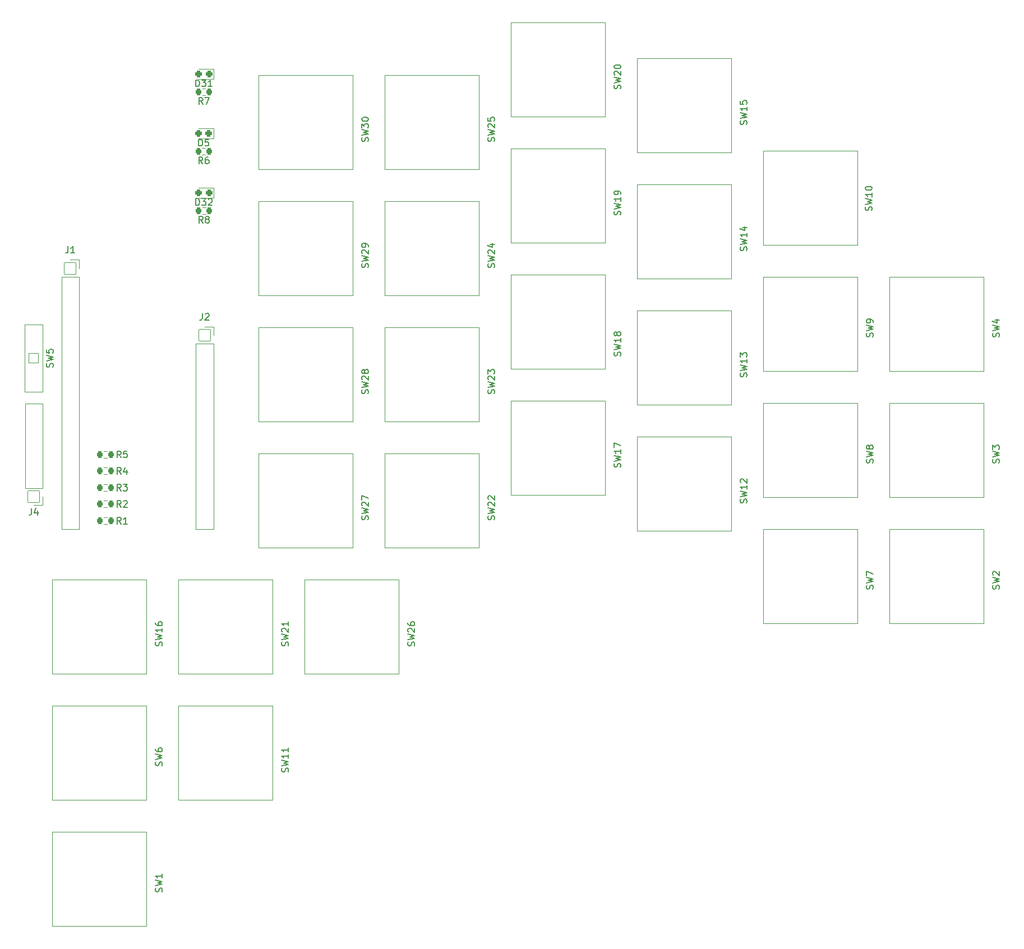
<source format=gto>
G04 #@! TF.GenerationSoftware,KiCad,Pcbnew,8.0.6-8.0.6-0~ubuntu24.04.1*
G04 #@! TF.CreationDate,2025-02-09T13:24:36-05:00*
G04 #@! TF.ProjectId,keybird_right,6b657962-6972-4645-9f72-696768742e6b,rev?*
G04 #@! TF.SameCoordinates,Original*
G04 #@! TF.FileFunction,Legend,Top*
G04 #@! TF.FilePolarity,Positive*
%FSLAX46Y46*%
G04 Gerber Fmt 4.6, Leading zero omitted, Abs format (unit mm)*
G04 Created by KiCad (PCBNEW 8.0.6-8.0.6-0~ubuntu24.04.1) date 2025-02-09 13:24:36*
%MOMM*%
%LPD*%
G01*
G04 APERTURE LIST*
G04 Aperture macros list*
%AMRoundRect*
0 Rectangle with rounded corners*
0 $1 Rounding radius*
0 $2 $3 $4 $5 $6 $7 $8 $9 X,Y pos of 4 corners*
0 Add a 4 corners polygon primitive as box body*
4,1,4,$2,$3,$4,$5,$6,$7,$8,$9,$2,$3,0*
0 Add four circle primitives for the rounded corners*
1,1,$1+$1,$2,$3*
1,1,$1+$1,$4,$5*
1,1,$1+$1,$6,$7*
1,1,$1+$1,$8,$9*
0 Add four rect primitives between the rounded corners*
20,1,$1+$1,$2,$3,$4,$5,0*
20,1,$1+$1,$4,$5,$6,$7,0*
20,1,$1+$1,$6,$7,$8,$9,0*
20,1,$1+$1,$8,$9,$2,$3,0*%
G04 Aperture macros list end*
%ADD10C,0.150000*%
%ADD11C,0.120000*%
%ADD12RoundRect,0.038000X-0.850000X-0.850000X0.850000X-0.850000X0.850000X0.850000X-0.850000X0.850000X0*%
%ADD13O,1.776000X1.776000*%
%ADD14C,1.826000*%
%ADD15C,3.126000*%
%ADD16C,4.076000*%
%ADD17RoundRect,0.219000X0.219000X0.294000X-0.219000X0.294000X-0.219000X-0.294000X0.219000X-0.294000X0*%
%ADD18RoundRect,0.237750X0.237750X0.275250X-0.237750X0.275250X-0.237750X-0.275250X0.237750X-0.275250X0*%
%ADD19C,2.576000*%
%ADD20RoundRect,0.038000X0.750000X-0.750000X0.750000X0.750000X-0.750000X0.750000X-0.750000X-0.750000X0*%
%ADD21C,1.676000*%
%ADD22RoundRect,0.038000X0.850000X0.850000X-0.850000X0.850000X-0.850000X-0.850000X0.850000X-0.850000X0*%
G04 APERTURE END LIST*
D10*
X128961666Y-82209819D02*
X128961666Y-82924104D01*
X128961666Y-82924104D02*
X128914047Y-83066961D01*
X128914047Y-83066961D02*
X128818809Y-83162200D01*
X128818809Y-83162200D02*
X128675952Y-83209819D01*
X128675952Y-83209819D02*
X128580714Y-83209819D01*
X129390238Y-82305057D02*
X129437857Y-82257438D01*
X129437857Y-82257438D02*
X129533095Y-82209819D01*
X129533095Y-82209819D02*
X129771190Y-82209819D01*
X129771190Y-82209819D02*
X129866428Y-82257438D01*
X129866428Y-82257438D02*
X129914047Y-82305057D01*
X129914047Y-82305057D02*
X129961666Y-82400295D01*
X129961666Y-82400295D02*
X129961666Y-82495533D01*
X129961666Y-82495533D02*
X129914047Y-82638390D01*
X129914047Y-82638390D02*
X129342619Y-83209819D01*
X129342619Y-83209819D02*
X129961666Y-83209819D01*
X108666666Y-72059819D02*
X108666666Y-72774104D01*
X108666666Y-72774104D02*
X108619047Y-72916961D01*
X108619047Y-72916961D02*
X108523809Y-73012200D01*
X108523809Y-73012200D02*
X108380952Y-73059819D01*
X108380952Y-73059819D02*
X108285714Y-73059819D01*
X109666666Y-73059819D02*
X109095238Y-73059819D01*
X109380952Y-73059819D02*
X109380952Y-72059819D01*
X109380952Y-72059819D02*
X109285714Y-72202676D01*
X109285714Y-72202676D02*
X109190476Y-72297914D01*
X109190476Y-72297914D02*
X109095238Y-72345533D01*
X249207250Y-104785826D02*
X249254869Y-104642969D01*
X249254869Y-104642969D02*
X249254869Y-104404874D01*
X249254869Y-104404874D02*
X249207250Y-104309636D01*
X249207250Y-104309636D02*
X249159630Y-104262017D01*
X249159630Y-104262017D02*
X249064392Y-104214398D01*
X249064392Y-104214398D02*
X248969154Y-104214398D01*
X248969154Y-104214398D02*
X248873916Y-104262017D01*
X248873916Y-104262017D02*
X248826297Y-104309636D01*
X248826297Y-104309636D02*
X248778678Y-104404874D01*
X248778678Y-104404874D02*
X248731059Y-104595350D01*
X248731059Y-104595350D02*
X248683440Y-104690588D01*
X248683440Y-104690588D02*
X248635821Y-104738207D01*
X248635821Y-104738207D02*
X248540583Y-104785826D01*
X248540583Y-104785826D02*
X248445345Y-104785826D01*
X248445345Y-104785826D02*
X248350107Y-104738207D01*
X248350107Y-104738207D02*
X248302488Y-104690588D01*
X248302488Y-104690588D02*
X248254869Y-104595350D01*
X248254869Y-104595350D02*
X248254869Y-104357255D01*
X248254869Y-104357255D02*
X248302488Y-104214398D01*
X248254869Y-103881064D02*
X249254869Y-103642969D01*
X249254869Y-103642969D02*
X248540583Y-103452493D01*
X248540583Y-103452493D02*
X249254869Y-103262017D01*
X249254869Y-103262017D02*
X248254869Y-103023922D01*
X248254869Y-102738207D02*
X248254869Y-102119160D01*
X248254869Y-102119160D02*
X248635821Y-102452493D01*
X248635821Y-102452493D02*
X248635821Y-102309636D01*
X248635821Y-102309636D02*
X248683440Y-102214398D01*
X248683440Y-102214398D02*
X248731059Y-102166779D01*
X248731059Y-102166779D02*
X248826297Y-102119160D01*
X248826297Y-102119160D02*
X249064392Y-102119160D01*
X249064392Y-102119160D02*
X249159630Y-102166779D01*
X249159630Y-102166779D02*
X249207250Y-102214398D01*
X249207250Y-102214398D02*
X249254869Y-102309636D01*
X249254869Y-102309636D02*
X249254869Y-102595350D01*
X249254869Y-102595350D02*
X249207250Y-102690588D01*
X249207250Y-102690588D02*
X249159630Y-102738207D01*
X153957250Y-94308207D02*
X154004869Y-94165350D01*
X154004869Y-94165350D02*
X154004869Y-93927255D01*
X154004869Y-93927255D02*
X153957250Y-93832017D01*
X153957250Y-93832017D02*
X153909630Y-93784398D01*
X153909630Y-93784398D02*
X153814392Y-93736779D01*
X153814392Y-93736779D02*
X153719154Y-93736779D01*
X153719154Y-93736779D02*
X153623916Y-93784398D01*
X153623916Y-93784398D02*
X153576297Y-93832017D01*
X153576297Y-93832017D02*
X153528678Y-93927255D01*
X153528678Y-93927255D02*
X153481059Y-94117731D01*
X153481059Y-94117731D02*
X153433440Y-94212969D01*
X153433440Y-94212969D02*
X153385821Y-94260588D01*
X153385821Y-94260588D02*
X153290583Y-94308207D01*
X153290583Y-94308207D02*
X153195345Y-94308207D01*
X153195345Y-94308207D02*
X153100107Y-94260588D01*
X153100107Y-94260588D02*
X153052488Y-94212969D01*
X153052488Y-94212969D02*
X153004869Y-94117731D01*
X153004869Y-94117731D02*
X153004869Y-93879636D01*
X153004869Y-93879636D02*
X153052488Y-93736779D01*
X153004869Y-93403445D02*
X154004869Y-93165350D01*
X154004869Y-93165350D02*
X153290583Y-92974874D01*
X153290583Y-92974874D02*
X154004869Y-92784398D01*
X154004869Y-92784398D02*
X153004869Y-92546303D01*
X153100107Y-92212969D02*
X153052488Y-92165350D01*
X153052488Y-92165350D02*
X153004869Y-92070112D01*
X153004869Y-92070112D02*
X153004869Y-91832017D01*
X153004869Y-91832017D02*
X153052488Y-91736779D01*
X153052488Y-91736779D02*
X153100107Y-91689160D01*
X153100107Y-91689160D02*
X153195345Y-91641541D01*
X153195345Y-91641541D02*
X153290583Y-91641541D01*
X153290583Y-91641541D02*
X153433440Y-91689160D01*
X153433440Y-91689160D02*
X154004869Y-92260588D01*
X154004869Y-92260588D02*
X154004869Y-91641541D01*
X153433440Y-91070112D02*
X153385821Y-91165350D01*
X153385821Y-91165350D02*
X153338202Y-91212969D01*
X153338202Y-91212969D02*
X153242964Y-91260588D01*
X153242964Y-91260588D02*
X153195345Y-91260588D01*
X153195345Y-91260588D02*
X153100107Y-91212969D01*
X153100107Y-91212969D02*
X153052488Y-91165350D01*
X153052488Y-91165350D02*
X153004869Y-91070112D01*
X153004869Y-91070112D02*
X153004869Y-90879636D01*
X153004869Y-90879636D02*
X153052488Y-90784398D01*
X153052488Y-90784398D02*
X153100107Y-90736779D01*
X153100107Y-90736779D02*
X153195345Y-90689160D01*
X153195345Y-90689160D02*
X153242964Y-90689160D01*
X153242964Y-90689160D02*
X153338202Y-90736779D01*
X153338202Y-90736779D02*
X153385821Y-90784398D01*
X153385821Y-90784398D02*
X153433440Y-90879636D01*
X153433440Y-90879636D02*
X153433440Y-91070112D01*
X153433440Y-91070112D02*
X153481059Y-91165350D01*
X153481059Y-91165350D02*
X153528678Y-91212969D01*
X153528678Y-91212969D02*
X153623916Y-91260588D01*
X153623916Y-91260588D02*
X153814392Y-91260588D01*
X153814392Y-91260588D02*
X153909630Y-91212969D01*
X153909630Y-91212969D02*
X153957250Y-91165350D01*
X153957250Y-91165350D02*
X154004869Y-91070112D01*
X154004869Y-91070112D02*
X154004869Y-90879636D01*
X154004869Y-90879636D02*
X153957250Y-90784398D01*
X153957250Y-90784398D02*
X153909630Y-90736779D01*
X153909630Y-90736779D02*
X153814392Y-90689160D01*
X153814392Y-90689160D02*
X153623916Y-90689160D01*
X153623916Y-90689160D02*
X153528678Y-90736779D01*
X153528678Y-90736779D02*
X153481059Y-90784398D01*
X153481059Y-90784398D02*
X153433440Y-90879636D01*
X230157250Y-85735826D02*
X230204869Y-85592969D01*
X230204869Y-85592969D02*
X230204869Y-85354874D01*
X230204869Y-85354874D02*
X230157250Y-85259636D01*
X230157250Y-85259636D02*
X230109630Y-85212017D01*
X230109630Y-85212017D02*
X230014392Y-85164398D01*
X230014392Y-85164398D02*
X229919154Y-85164398D01*
X229919154Y-85164398D02*
X229823916Y-85212017D01*
X229823916Y-85212017D02*
X229776297Y-85259636D01*
X229776297Y-85259636D02*
X229728678Y-85354874D01*
X229728678Y-85354874D02*
X229681059Y-85545350D01*
X229681059Y-85545350D02*
X229633440Y-85640588D01*
X229633440Y-85640588D02*
X229585821Y-85688207D01*
X229585821Y-85688207D02*
X229490583Y-85735826D01*
X229490583Y-85735826D02*
X229395345Y-85735826D01*
X229395345Y-85735826D02*
X229300107Y-85688207D01*
X229300107Y-85688207D02*
X229252488Y-85640588D01*
X229252488Y-85640588D02*
X229204869Y-85545350D01*
X229204869Y-85545350D02*
X229204869Y-85307255D01*
X229204869Y-85307255D02*
X229252488Y-85164398D01*
X229204869Y-84831064D02*
X230204869Y-84592969D01*
X230204869Y-84592969D02*
X229490583Y-84402493D01*
X229490583Y-84402493D02*
X230204869Y-84212017D01*
X230204869Y-84212017D02*
X229204869Y-83973922D01*
X230204869Y-83545350D02*
X230204869Y-83354874D01*
X230204869Y-83354874D02*
X230157250Y-83259636D01*
X230157250Y-83259636D02*
X230109630Y-83212017D01*
X230109630Y-83212017D02*
X229966773Y-83116779D01*
X229966773Y-83116779D02*
X229776297Y-83069160D01*
X229776297Y-83069160D02*
X229395345Y-83069160D01*
X229395345Y-83069160D02*
X229300107Y-83116779D01*
X229300107Y-83116779D02*
X229252488Y-83164398D01*
X229252488Y-83164398D02*
X229204869Y-83259636D01*
X229204869Y-83259636D02*
X229204869Y-83450112D01*
X229204869Y-83450112D02*
X229252488Y-83545350D01*
X229252488Y-83545350D02*
X229300107Y-83592969D01*
X229300107Y-83592969D02*
X229395345Y-83640588D01*
X229395345Y-83640588D02*
X229633440Y-83640588D01*
X229633440Y-83640588D02*
X229728678Y-83592969D01*
X229728678Y-83592969D02*
X229776297Y-83545350D01*
X229776297Y-83545350D02*
X229823916Y-83450112D01*
X229823916Y-83450112D02*
X229823916Y-83259636D01*
X229823916Y-83259636D02*
X229776297Y-83164398D01*
X229776297Y-83164398D02*
X229728678Y-83116779D01*
X229728678Y-83116779D02*
X229633440Y-83069160D01*
X153957250Y-113358207D02*
X154004869Y-113215350D01*
X154004869Y-113215350D02*
X154004869Y-112977255D01*
X154004869Y-112977255D02*
X153957250Y-112882017D01*
X153957250Y-112882017D02*
X153909630Y-112834398D01*
X153909630Y-112834398D02*
X153814392Y-112786779D01*
X153814392Y-112786779D02*
X153719154Y-112786779D01*
X153719154Y-112786779D02*
X153623916Y-112834398D01*
X153623916Y-112834398D02*
X153576297Y-112882017D01*
X153576297Y-112882017D02*
X153528678Y-112977255D01*
X153528678Y-112977255D02*
X153481059Y-113167731D01*
X153481059Y-113167731D02*
X153433440Y-113262969D01*
X153433440Y-113262969D02*
X153385821Y-113310588D01*
X153385821Y-113310588D02*
X153290583Y-113358207D01*
X153290583Y-113358207D02*
X153195345Y-113358207D01*
X153195345Y-113358207D02*
X153100107Y-113310588D01*
X153100107Y-113310588D02*
X153052488Y-113262969D01*
X153052488Y-113262969D02*
X153004869Y-113167731D01*
X153004869Y-113167731D02*
X153004869Y-112929636D01*
X153004869Y-112929636D02*
X153052488Y-112786779D01*
X153004869Y-112453445D02*
X154004869Y-112215350D01*
X154004869Y-112215350D02*
X153290583Y-112024874D01*
X153290583Y-112024874D02*
X154004869Y-111834398D01*
X154004869Y-111834398D02*
X153004869Y-111596303D01*
X153100107Y-111262969D02*
X153052488Y-111215350D01*
X153052488Y-111215350D02*
X153004869Y-111120112D01*
X153004869Y-111120112D02*
X153004869Y-110882017D01*
X153004869Y-110882017D02*
X153052488Y-110786779D01*
X153052488Y-110786779D02*
X153100107Y-110739160D01*
X153100107Y-110739160D02*
X153195345Y-110691541D01*
X153195345Y-110691541D02*
X153290583Y-110691541D01*
X153290583Y-110691541D02*
X153433440Y-110739160D01*
X153433440Y-110739160D02*
X154004869Y-111310588D01*
X154004869Y-111310588D02*
X154004869Y-110691541D01*
X153004869Y-110358207D02*
X153004869Y-109691541D01*
X153004869Y-109691541D02*
X154004869Y-110120112D01*
X160942250Y-132408207D02*
X160989869Y-132265350D01*
X160989869Y-132265350D02*
X160989869Y-132027255D01*
X160989869Y-132027255D02*
X160942250Y-131932017D01*
X160942250Y-131932017D02*
X160894630Y-131884398D01*
X160894630Y-131884398D02*
X160799392Y-131836779D01*
X160799392Y-131836779D02*
X160704154Y-131836779D01*
X160704154Y-131836779D02*
X160608916Y-131884398D01*
X160608916Y-131884398D02*
X160561297Y-131932017D01*
X160561297Y-131932017D02*
X160513678Y-132027255D01*
X160513678Y-132027255D02*
X160466059Y-132217731D01*
X160466059Y-132217731D02*
X160418440Y-132312969D01*
X160418440Y-132312969D02*
X160370821Y-132360588D01*
X160370821Y-132360588D02*
X160275583Y-132408207D01*
X160275583Y-132408207D02*
X160180345Y-132408207D01*
X160180345Y-132408207D02*
X160085107Y-132360588D01*
X160085107Y-132360588D02*
X160037488Y-132312969D01*
X160037488Y-132312969D02*
X159989869Y-132217731D01*
X159989869Y-132217731D02*
X159989869Y-131979636D01*
X159989869Y-131979636D02*
X160037488Y-131836779D01*
X159989869Y-131503445D02*
X160989869Y-131265350D01*
X160989869Y-131265350D02*
X160275583Y-131074874D01*
X160275583Y-131074874D02*
X160989869Y-130884398D01*
X160989869Y-130884398D02*
X159989869Y-130646303D01*
X160085107Y-130312969D02*
X160037488Y-130265350D01*
X160037488Y-130265350D02*
X159989869Y-130170112D01*
X159989869Y-130170112D02*
X159989869Y-129932017D01*
X159989869Y-129932017D02*
X160037488Y-129836779D01*
X160037488Y-129836779D02*
X160085107Y-129789160D01*
X160085107Y-129789160D02*
X160180345Y-129741541D01*
X160180345Y-129741541D02*
X160275583Y-129741541D01*
X160275583Y-129741541D02*
X160418440Y-129789160D01*
X160418440Y-129789160D02*
X160989869Y-130360588D01*
X160989869Y-130360588D02*
X160989869Y-129741541D01*
X159989869Y-128884398D02*
X159989869Y-129074874D01*
X159989869Y-129074874D02*
X160037488Y-129170112D01*
X160037488Y-129170112D02*
X160085107Y-129217731D01*
X160085107Y-129217731D02*
X160227964Y-129312969D01*
X160227964Y-129312969D02*
X160418440Y-129360588D01*
X160418440Y-129360588D02*
X160799392Y-129360588D01*
X160799392Y-129360588D02*
X160894630Y-129312969D01*
X160894630Y-129312969D02*
X160942250Y-129265350D01*
X160942250Y-129265350D02*
X160989869Y-129170112D01*
X160989869Y-129170112D02*
X160989869Y-128979636D01*
X160989869Y-128979636D02*
X160942250Y-128884398D01*
X160942250Y-128884398D02*
X160894630Y-128836779D01*
X160894630Y-128836779D02*
X160799392Y-128789160D01*
X160799392Y-128789160D02*
X160561297Y-128789160D01*
X160561297Y-128789160D02*
X160466059Y-128836779D01*
X160466059Y-128836779D02*
X160418440Y-128884398D01*
X160418440Y-128884398D02*
X160370821Y-128979636D01*
X160370821Y-128979636D02*
X160370821Y-129170112D01*
X160370821Y-129170112D02*
X160418440Y-129265350D01*
X160418440Y-129265350D02*
X160466059Y-129312969D01*
X160466059Y-129312969D02*
X160561297Y-129360588D01*
X129028333Y-68552819D02*
X128695000Y-68076628D01*
X128456905Y-68552819D02*
X128456905Y-67552819D01*
X128456905Y-67552819D02*
X128837857Y-67552819D01*
X128837857Y-67552819D02*
X128933095Y-67600438D01*
X128933095Y-67600438D02*
X128980714Y-67648057D01*
X128980714Y-67648057D02*
X129028333Y-67743295D01*
X129028333Y-67743295D02*
X129028333Y-67886152D01*
X129028333Y-67886152D02*
X128980714Y-67981390D01*
X128980714Y-67981390D02*
X128933095Y-68029009D01*
X128933095Y-68029009D02*
X128837857Y-68076628D01*
X128837857Y-68076628D02*
X128456905Y-68076628D01*
X129599762Y-67981390D02*
X129504524Y-67933771D01*
X129504524Y-67933771D02*
X129456905Y-67886152D01*
X129456905Y-67886152D02*
X129409286Y-67790914D01*
X129409286Y-67790914D02*
X129409286Y-67743295D01*
X129409286Y-67743295D02*
X129456905Y-67648057D01*
X129456905Y-67648057D02*
X129504524Y-67600438D01*
X129504524Y-67600438D02*
X129599762Y-67552819D01*
X129599762Y-67552819D02*
X129790238Y-67552819D01*
X129790238Y-67552819D02*
X129885476Y-67600438D01*
X129885476Y-67600438D02*
X129933095Y-67648057D01*
X129933095Y-67648057D02*
X129980714Y-67743295D01*
X129980714Y-67743295D02*
X129980714Y-67790914D01*
X129980714Y-67790914D02*
X129933095Y-67886152D01*
X129933095Y-67886152D02*
X129885476Y-67933771D01*
X129885476Y-67933771D02*
X129790238Y-67981390D01*
X129790238Y-67981390D02*
X129599762Y-67981390D01*
X129599762Y-67981390D02*
X129504524Y-68029009D01*
X129504524Y-68029009D02*
X129456905Y-68076628D01*
X129456905Y-68076628D02*
X129409286Y-68171866D01*
X129409286Y-68171866D02*
X129409286Y-68362342D01*
X129409286Y-68362342D02*
X129456905Y-68457580D01*
X129456905Y-68457580D02*
X129504524Y-68505200D01*
X129504524Y-68505200D02*
X129599762Y-68552819D01*
X129599762Y-68552819D02*
X129790238Y-68552819D01*
X129790238Y-68552819D02*
X129885476Y-68505200D01*
X129885476Y-68505200D02*
X129933095Y-68457580D01*
X129933095Y-68457580D02*
X129980714Y-68362342D01*
X129980714Y-68362342D02*
X129980714Y-68171866D01*
X129980714Y-68171866D02*
X129933095Y-68076628D01*
X129933095Y-68076628D02*
X129885476Y-68029009D01*
X129885476Y-68029009D02*
X129790238Y-67981390D01*
X127960714Y-65868819D02*
X127960714Y-64868819D01*
X127960714Y-64868819D02*
X128198809Y-64868819D01*
X128198809Y-64868819D02*
X128341666Y-64916438D01*
X128341666Y-64916438D02*
X128436904Y-65011676D01*
X128436904Y-65011676D02*
X128484523Y-65106914D01*
X128484523Y-65106914D02*
X128532142Y-65297390D01*
X128532142Y-65297390D02*
X128532142Y-65440247D01*
X128532142Y-65440247D02*
X128484523Y-65630723D01*
X128484523Y-65630723D02*
X128436904Y-65725961D01*
X128436904Y-65725961D02*
X128341666Y-65821200D01*
X128341666Y-65821200D02*
X128198809Y-65868819D01*
X128198809Y-65868819D02*
X127960714Y-65868819D01*
X128865476Y-64868819D02*
X129484523Y-64868819D01*
X129484523Y-64868819D02*
X129151190Y-65249771D01*
X129151190Y-65249771D02*
X129294047Y-65249771D01*
X129294047Y-65249771D02*
X129389285Y-65297390D01*
X129389285Y-65297390D02*
X129436904Y-65345009D01*
X129436904Y-65345009D02*
X129484523Y-65440247D01*
X129484523Y-65440247D02*
X129484523Y-65678342D01*
X129484523Y-65678342D02*
X129436904Y-65773580D01*
X129436904Y-65773580D02*
X129389285Y-65821200D01*
X129389285Y-65821200D02*
X129294047Y-65868819D01*
X129294047Y-65868819D02*
X129008333Y-65868819D01*
X129008333Y-65868819D02*
X128913095Y-65821200D01*
X128913095Y-65821200D02*
X128865476Y-65773580D01*
X129865476Y-64964057D02*
X129913095Y-64916438D01*
X129913095Y-64916438D02*
X130008333Y-64868819D01*
X130008333Y-64868819D02*
X130246428Y-64868819D01*
X130246428Y-64868819D02*
X130341666Y-64916438D01*
X130341666Y-64916438D02*
X130389285Y-64964057D01*
X130389285Y-64964057D02*
X130436904Y-65059295D01*
X130436904Y-65059295D02*
X130436904Y-65154533D01*
X130436904Y-65154533D02*
X130389285Y-65297390D01*
X130389285Y-65297390D02*
X129817857Y-65868819D01*
X129817857Y-65868819D02*
X130436904Y-65868819D01*
X192057250Y-88620707D02*
X192104869Y-88477850D01*
X192104869Y-88477850D02*
X192104869Y-88239755D01*
X192104869Y-88239755D02*
X192057250Y-88144517D01*
X192057250Y-88144517D02*
X192009630Y-88096898D01*
X192009630Y-88096898D02*
X191914392Y-88049279D01*
X191914392Y-88049279D02*
X191819154Y-88049279D01*
X191819154Y-88049279D02*
X191723916Y-88096898D01*
X191723916Y-88096898D02*
X191676297Y-88144517D01*
X191676297Y-88144517D02*
X191628678Y-88239755D01*
X191628678Y-88239755D02*
X191581059Y-88430231D01*
X191581059Y-88430231D02*
X191533440Y-88525469D01*
X191533440Y-88525469D02*
X191485821Y-88573088D01*
X191485821Y-88573088D02*
X191390583Y-88620707D01*
X191390583Y-88620707D02*
X191295345Y-88620707D01*
X191295345Y-88620707D02*
X191200107Y-88573088D01*
X191200107Y-88573088D02*
X191152488Y-88525469D01*
X191152488Y-88525469D02*
X191104869Y-88430231D01*
X191104869Y-88430231D02*
X191104869Y-88192136D01*
X191104869Y-88192136D02*
X191152488Y-88049279D01*
X191104869Y-87715945D02*
X192104869Y-87477850D01*
X192104869Y-87477850D02*
X191390583Y-87287374D01*
X191390583Y-87287374D02*
X192104869Y-87096898D01*
X192104869Y-87096898D02*
X191104869Y-86858803D01*
X192104869Y-85954041D02*
X192104869Y-86525469D01*
X192104869Y-86239755D02*
X191104869Y-86239755D01*
X191104869Y-86239755D02*
X191247726Y-86334993D01*
X191247726Y-86334993D02*
X191342964Y-86430231D01*
X191342964Y-86430231D02*
X191390583Y-86525469D01*
X191533440Y-85382612D02*
X191485821Y-85477850D01*
X191485821Y-85477850D02*
X191438202Y-85525469D01*
X191438202Y-85525469D02*
X191342964Y-85573088D01*
X191342964Y-85573088D02*
X191295345Y-85573088D01*
X191295345Y-85573088D02*
X191200107Y-85525469D01*
X191200107Y-85525469D02*
X191152488Y-85477850D01*
X191152488Y-85477850D02*
X191104869Y-85382612D01*
X191104869Y-85382612D02*
X191104869Y-85192136D01*
X191104869Y-85192136D02*
X191152488Y-85096898D01*
X191152488Y-85096898D02*
X191200107Y-85049279D01*
X191200107Y-85049279D02*
X191295345Y-85001660D01*
X191295345Y-85001660D02*
X191342964Y-85001660D01*
X191342964Y-85001660D02*
X191438202Y-85049279D01*
X191438202Y-85049279D02*
X191485821Y-85096898D01*
X191485821Y-85096898D02*
X191533440Y-85192136D01*
X191533440Y-85192136D02*
X191533440Y-85382612D01*
X191533440Y-85382612D02*
X191581059Y-85477850D01*
X191581059Y-85477850D02*
X191628678Y-85525469D01*
X191628678Y-85525469D02*
X191723916Y-85573088D01*
X191723916Y-85573088D02*
X191914392Y-85573088D01*
X191914392Y-85573088D02*
X192009630Y-85525469D01*
X192009630Y-85525469D02*
X192057250Y-85477850D01*
X192057250Y-85477850D02*
X192104869Y-85382612D01*
X192104869Y-85382612D02*
X192104869Y-85192136D01*
X192104869Y-85192136D02*
X192057250Y-85096898D01*
X192057250Y-85096898D02*
X192009630Y-85049279D01*
X192009630Y-85049279D02*
X191914392Y-85001660D01*
X191914392Y-85001660D02*
X191723916Y-85001660D01*
X191723916Y-85001660D02*
X191628678Y-85049279D01*
X191628678Y-85049279D02*
X191581059Y-85096898D01*
X191581059Y-85096898D02*
X191533440Y-85192136D01*
X128396905Y-56900819D02*
X128396905Y-55900819D01*
X128396905Y-55900819D02*
X128635000Y-55900819D01*
X128635000Y-55900819D02*
X128777857Y-55948438D01*
X128777857Y-55948438D02*
X128873095Y-56043676D01*
X128873095Y-56043676D02*
X128920714Y-56138914D01*
X128920714Y-56138914D02*
X128968333Y-56329390D01*
X128968333Y-56329390D02*
X128968333Y-56472247D01*
X128968333Y-56472247D02*
X128920714Y-56662723D01*
X128920714Y-56662723D02*
X128873095Y-56757961D01*
X128873095Y-56757961D02*
X128777857Y-56853200D01*
X128777857Y-56853200D02*
X128635000Y-56900819D01*
X128635000Y-56900819D02*
X128396905Y-56900819D01*
X129873095Y-55900819D02*
X129396905Y-55900819D01*
X129396905Y-55900819D02*
X129349286Y-56377009D01*
X129349286Y-56377009D02*
X129396905Y-56329390D01*
X129396905Y-56329390D02*
X129492143Y-56281771D01*
X129492143Y-56281771D02*
X129730238Y-56281771D01*
X129730238Y-56281771D02*
X129825476Y-56329390D01*
X129825476Y-56329390D02*
X129873095Y-56377009D01*
X129873095Y-56377009D02*
X129920714Y-56472247D01*
X129920714Y-56472247D02*
X129920714Y-56710342D01*
X129920714Y-56710342D02*
X129873095Y-56805580D01*
X129873095Y-56805580D02*
X129825476Y-56853200D01*
X129825476Y-56853200D02*
X129730238Y-56900819D01*
X129730238Y-56900819D02*
X129492143Y-56900819D01*
X129492143Y-56900819D02*
X129396905Y-56853200D01*
X129396905Y-56853200D02*
X129349286Y-56805580D01*
X173007250Y-113358207D02*
X173054869Y-113215350D01*
X173054869Y-113215350D02*
X173054869Y-112977255D01*
X173054869Y-112977255D02*
X173007250Y-112882017D01*
X173007250Y-112882017D02*
X172959630Y-112834398D01*
X172959630Y-112834398D02*
X172864392Y-112786779D01*
X172864392Y-112786779D02*
X172769154Y-112786779D01*
X172769154Y-112786779D02*
X172673916Y-112834398D01*
X172673916Y-112834398D02*
X172626297Y-112882017D01*
X172626297Y-112882017D02*
X172578678Y-112977255D01*
X172578678Y-112977255D02*
X172531059Y-113167731D01*
X172531059Y-113167731D02*
X172483440Y-113262969D01*
X172483440Y-113262969D02*
X172435821Y-113310588D01*
X172435821Y-113310588D02*
X172340583Y-113358207D01*
X172340583Y-113358207D02*
X172245345Y-113358207D01*
X172245345Y-113358207D02*
X172150107Y-113310588D01*
X172150107Y-113310588D02*
X172102488Y-113262969D01*
X172102488Y-113262969D02*
X172054869Y-113167731D01*
X172054869Y-113167731D02*
X172054869Y-112929636D01*
X172054869Y-112929636D02*
X172102488Y-112786779D01*
X172054869Y-112453445D02*
X173054869Y-112215350D01*
X173054869Y-112215350D02*
X172340583Y-112024874D01*
X172340583Y-112024874D02*
X173054869Y-111834398D01*
X173054869Y-111834398D02*
X172054869Y-111596303D01*
X172150107Y-111262969D02*
X172102488Y-111215350D01*
X172102488Y-111215350D02*
X172054869Y-111120112D01*
X172054869Y-111120112D02*
X172054869Y-110882017D01*
X172054869Y-110882017D02*
X172102488Y-110786779D01*
X172102488Y-110786779D02*
X172150107Y-110739160D01*
X172150107Y-110739160D02*
X172245345Y-110691541D01*
X172245345Y-110691541D02*
X172340583Y-110691541D01*
X172340583Y-110691541D02*
X172483440Y-110739160D01*
X172483440Y-110739160D02*
X173054869Y-111310588D01*
X173054869Y-111310588D02*
X173054869Y-110691541D01*
X172150107Y-110310588D02*
X172102488Y-110262969D01*
X172102488Y-110262969D02*
X172054869Y-110167731D01*
X172054869Y-110167731D02*
X172054869Y-109929636D01*
X172054869Y-109929636D02*
X172102488Y-109834398D01*
X172102488Y-109834398D02*
X172150107Y-109786779D01*
X172150107Y-109786779D02*
X172245345Y-109739160D01*
X172245345Y-109739160D02*
X172340583Y-109739160D01*
X172340583Y-109739160D02*
X172483440Y-109786779D01*
X172483440Y-109786779D02*
X173054869Y-110358207D01*
X173054869Y-110358207D02*
X173054869Y-109739160D01*
X211107250Y-110818207D02*
X211154869Y-110675350D01*
X211154869Y-110675350D02*
X211154869Y-110437255D01*
X211154869Y-110437255D02*
X211107250Y-110342017D01*
X211107250Y-110342017D02*
X211059630Y-110294398D01*
X211059630Y-110294398D02*
X210964392Y-110246779D01*
X210964392Y-110246779D02*
X210869154Y-110246779D01*
X210869154Y-110246779D02*
X210773916Y-110294398D01*
X210773916Y-110294398D02*
X210726297Y-110342017D01*
X210726297Y-110342017D02*
X210678678Y-110437255D01*
X210678678Y-110437255D02*
X210631059Y-110627731D01*
X210631059Y-110627731D02*
X210583440Y-110722969D01*
X210583440Y-110722969D02*
X210535821Y-110770588D01*
X210535821Y-110770588D02*
X210440583Y-110818207D01*
X210440583Y-110818207D02*
X210345345Y-110818207D01*
X210345345Y-110818207D02*
X210250107Y-110770588D01*
X210250107Y-110770588D02*
X210202488Y-110722969D01*
X210202488Y-110722969D02*
X210154869Y-110627731D01*
X210154869Y-110627731D02*
X210154869Y-110389636D01*
X210154869Y-110389636D02*
X210202488Y-110246779D01*
X210154869Y-109913445D02*
X211154869Y-109675350D01*
X211154869Y-109675350D02*
X210440583Y-109484874D01*
X210440583Y-109484874D02*
X211154869Y-109294398D01*
X211154869Y-109294398D02*
X210154869Y-109056303D01*
X211154869Y-108151541D02*
X211154869Y-108722969D01*
X211154869Y-108437255D02*
X210154869Y-108437255D01*
X210154869Y-108437255D02*
X210297726Y-108532493D01*
X210297726Y-108532493D02*
X210392964Y-108627731D01*
X210392964Y-108627731D02*
X210440583Y-108722969D01*
X210250107Y-107770588D02*
X210202488Y-107722969D01*
X210202488Y-107722969D02*
X210154869Y-107627731D01*
X210154869Y-107627731D02*
X210154869Y-107389636D01*
X210154869Y-107389636D02*
X210202488Y-107294398D01*
X210202488Y-107294398D02*
X210250107Y-107246779D01*
X210250107Y-107246779D02*
X210345345Y-107199160D01*
X210345345Y-107199160D02*
X210440583Y-107199160D01*
X210440583Y-107199160D02*
X210583440Y-107246779D01*
X210583440Y-107246779D02*
X211154869Y-107818207D01*
X211154869Y-107818207D02*
X211154869Y-107199160D01*
X173007250Y-75258207D02*
X173054869Y-75115350D01*
X173054869Y-75115350D02*
X173054869Y-74877255D01*
X173054869Y-74877255D02*
X173007250Y-74782017D01*
X173007250Y-74782017D02*
X172959630Y-74734398D01*
X172959630Y-74734398D02*
X172864392Y-74686779D01*
X172864392Y-74686779D02*
X172769154Y-74686779D01*
X172769154Y-74686779D02*
X172673916Y-74734398D01*
X172673916Y-74734398D02*
X172626297Y-74782017D01*
X172626297Y-74782017D02*
X172578678Y-74877255D01*
X172578678Y-74877255D02*
X172531059Y-75067731D01*
X172531059Y-75067731D02*
X172483440Y-75162969D01*
X172483440Y-75162969D02*
X172435821Y-75210588D01*
X172435821Y-75210588D02*
X172340583Y-75258207D01*
X172340583Y-75258207D02*
X172245345Y-75258207D01*
X172245345Y-75258207D02*
X172150107Y-75210588D01*
X172150107Y-75210588D02*
X172102488Y-75162969D01*
X172102488Y-75162969D02*
X172054869Y-75067731D01*
X172054869Y-75067731D02*
X172054869Y-74829636D01*
X172054869Y-74829636D02*
X172102488Y-74686779D01*
X172054869Y-74353445D02*
X173054869Y-74115350D01*
X173054869Y-74115350D02*
X172340583Y-73924874D01*
X172340583Y-73924874D02*
X173054869Y-73734398D01*
X173054869Y-73734398D02*
X172054869Y-73496303D01*
X172150107Y-73162969D02*
X172102488Y-73115350D01*
X172102488Y-73115350D02*
X172054869Y-73020112D01*
X172054869Y-73020112D02*
X172054869Y-72782017D01*
X172054869Y-72782017D02*
X172102488Y-72686779D01*
X172102488Y-72686779D02*
X172150107Y-72639160D01*
X172150107Y-72639160D02*
X172245345Y-72591541D01*
X172245345Y-72591541D02*
X172340583Y-72591541D01*
X172340583Y-72591541D02*
X172483440Y-72639160D01*
X172483440Y-72639160D02*
X173054869Y-73210588D01*
X173054869Y-73210588D02*
X173054869Y-72591541D01*
X172388202Y-71734398D02*
X173054869Y-71734398D01*
X172007250Y-71972493D02*
X172721535Y-72210588D01*
X172721535Y-72210588D02*
X172721535Y-71591541D01*
X116668333Y-108987819D02*
X116335000Y-108511628D01*
X116096905Y-108987819D02*
X116096905Y-107987819D01*
X116096905Y-107987819D02*
X116477857Y-107987819D01*
X116477857Y-107987819D02*
X116573095Y-108035438D01*
X116573095Y-108035438D02*
X116620714Y-108083057D01*
X116620714Y-108083057D02*
X116668333Y-108178295D01*
X116668333Y-108178295D02*
X116668333Y-108321152D01*
X116668333Y-108321152D02*
X116620714Y-108416390D01*
X116620714Y-108416390D02*
X116573095Y-108464009D01*
X116573095Y-108464009D02*
X116477857Y-108511628D01*
X116477857Y-108511628D02*
X116096905Y-108511628D01*
X117001667Y-107987819D02*
X117620714Y-107987819D01*
X117620714Y-107987819D02*
X117287381Y-108368771D01*
X117287381Y-108368771D02*
X117430238Y-108368771D01*
X117430238Y-108368771D02*
X117525476Y-108416390D01*
X117525476Y-108416390D02*
X117573095Y-108464009D01*
X117573095Y-108464009D02*
X117620714Y-108559247D01*
X117620714Y-108559247D02*
X117620714Y-108797342D01*
X117620714Y-108797342D02*
X117573095Y-108892580D01*
X117573095Y-108892580D02*
X117525476Y-108940200D01*
X117525476Y-108940200D02*
X117430238Y-108987819D01*
X117430238Y-108987819D02*
X117144524Y-108987819D01*
X117144524Y-108987819D02*
X117049286Y-108940200D01*
X117049286Y-108940200D02*
X117001667Y-108892580D01*
X211107250Y-91768207D02*
X211154869Y-91625350D01*
X211154869Y-91625350D02*
X211154869Y-91387255D01*
X211154869Y-91387255D02*
X211107250Y-91292017D01*
X211107250Y-91292017D02*
X211059630Y-91244398D01*
X211059630Y-91244398D02*
X210964392Y-91196779D01*
X210964392Y-91196779D02*
X210869154Y-91196779D01*
X210869154Y-91196779D02*
X210773916Y-91244398D01*
X210773916Y-91244398D02*
X210726297Y-91292017D01*
X210726297Y-91292017D02*
X210678678Y-91387255D01*
X210678678Y-91387255D02*
X210631059Y-91577731D01*
X210631059Y-91577731D02*
X210583440Y-91672969D01*
X210583440Y-91672969D02*
X210535821Y-91720588D01*
X210535821Y-91720588D02*
X210440583Y-91768207D01*
X210440583Y-91768207D02*
X210345345Y-91768207D01*
X210345345Y-91768207D02*
X210250107Y-91720588D01*
X210250107Y-91720588D02*
X210202488Y-91672969D01*
X210202488Y-91672969D02*
X210154869Y-91577731D01*
X210154869Y-91577731D02*
X210154869Y-91339636D01*
X210154869Y-91339636D02*
X210202488Y-91196779D01*
X210154869Y-90863445D02*
X211154869Y-90625350D01*
X211154869Y-90625350D02*
X210440583Y-90434874D01*
X210440583Y-90434874D02*
X211154869Y-90244398D01*
X211154869Y-90244398D02*
X210154869Y-90006303D01*
X211154869Y-89101541D02*
X211154869Y-89672969D01*
X211154869Y-89387255D02*
X210154869Y-89387255D01*
X210154869Y-89387255D02*
X210297726Y-89482493D01*
X210297726Y-89482493D02*
X210392964Y-89577731D01*
X210392964Y-89577731D02*
X210440583Y-89672969D01*
X210154869Y-88768207D02*
X210154869Y-88149160D01*
X210154869Y-88149160D02*
X210535821Y-88482493D01*
X210535821Y-88482493D02*
X210535821Y-88339636D01*
X210535821Y-88339636D02*
X210583440Y-88244398D01*
X210583440Y-88244398D02*
X210631059Y-88196779D01*
X210631059Y-88196779D02*
X210726297Y-88149160D01*
X210726297Y-88149160D02*
X210964392Y-88149160D01*
X210964392Y-88149160D02*
X211059630Y-88196779D01*
X211059630Y-88196779D02*
X211107250Y-88244398D01*
X211107250Y-88244398D02*
X211154869Y-88339636D01*
X211154869Y-88339636D02*
X211154869Y-88625350D01*
X211154869Y-88625350D02*
X211107250Y-88720588D01*
X211107250Y-88720588D02*
X211059630Y-88768207D01*
X192057250Y-48270707D02*
X192104869Y-48127850D01*
X192104869Y-48127850D02*
X192104869Y-47889755D01*
X192104869Y-47889755D02*
X192057250Y-47794517D01*
X192057250Y-47794517D02*
X192009630Y-47746898D01*
X192009630Y-47746898D02*
X191914392Y-47699279D01*
X191914392Y-47699279D02*
X191819154Y-47699279D01*
X191819154Y-47699279D02*
X191723916Y-47746898D01*
X191723916Y-47746898D02*
X191676297Y-47794517D01*
X191676297Y-47794517D02*
X191628678Y-47889755D01*
X191628678Y-47889755D02*
X191581059Y-48080231D01*
X191581059Y-48080231D02*
X191533440Y-48175469D01*
X191533440Y-48175469D02*
X191485821Y-48223088D01*
X191485821Y-48223088D02*
X191390583Y-48270707D01*
X191390583Y-48270707D02*
X191295345Y-48270707D01*
X191295345Y-48270707D02*
X191200107Y-48223088D01*
X191200107Y-48223088D02*
X191152488Y-48175469D01*
X191152488Y-48175469D02*
X191104869Y-48080231D01*
X191104869Y-48080231D02*
X191104869Y-47842136D01*
X191104869Y-47842136D02*
X191152488Y-47699279D01*
X191104869Y-47365945D02*
X192104869Y-47127850D01*
X192104869Y-47127850D02*
X191390583Y-46937374D01*
X191390583Y-46937374D02*
X192104869Y-46746898D01*
X192104869Y-46746898D02*
X191104869Y-46508803D01*
X191200107Y-46175469D02*
X191152488Y-46127850D01*
X191152488Y-46127850D02*
X191104869Y-46032612D01*
X191104869Y-46032612D02*
X191104869Y-45794517D01*
X191104869Y-45794517D02*
X191152488Y-45699279D01*
X191152488Y-45699279D02*
X191200107Y-45651660D01*
X191200107Y-45651660D02*
X191295345Y-45604041D01*
X191295345Y-45604041D02*
X191390583Y-45604041D01*
X191390583Y-45604041D02*
X191533440Y-45651660D01*
X191533440Y-45651660D02*
X192104869Y-46223088D01*
X192104869Y-46223088D02*
X192104869Y-45604041D01*
X191104869Y-44984993D02*
X191104869Y-44889755D01*
X191104869Y-44889755D02*
X191152488Y-44794517D01*
X191152488Y-44794517D02*
X191200107Y-44746898D01*
X191200107Y-44746898D02*
X191295345Y-44699279D01*
X191295345Y-44699279D02*
X191485821Y-44651660D01*
X191485821Y-44651660D02*
X191723916Y-44651660D01*
X191723916Y-44651660D02*
X191914392Y-44699279D01*
X191914392Y-44699279D02*
X192009630Y-44746898D01*
X192009630Y-44746898D02*
X192057250Y-44794517D01*
X192057250Y-44794517D02*
X192104869Y-44889755D01*
X192104869Y-44889755D02*
X192104869Y-44984993D01*
X192104869Y-44984993D02*
X192057250Y-45080231D01*
X192057250Y-45080231D02*
X192009630Y-45127850D01*
X192009630Y-45127850D02*
X191914392Y-45175469D01*
X191914392Y-45175469D02*
X191723916Y-45223088D01*
X191723916Y-45223088D02*
X191485821Y-45223088D01*
X191485821Y-45223088D02*
X191295345Y-45175469D01*
X191295345Y-45175469D02*
X191200107Y-45127850D01*
X191200107Y-45127850D02*
X191152488Y-45080231D01*
X191152488Y-45080231D02*
X191104869Y-44984993D01*
X153957250Y-75258207D02*
X154004869Y-75115350D01*
X154004869Y-75115350D02*
X154004869Y-74877255D01*
X154004869Y-74877255D02*
X153957250Y-74782017D01*
X153957250Y-74782017D02*
X153909630Y-74734398D01*
X153909630Y-74734398D02*
X153814392Y-74686779D01*
X153814392Y-74686779D02*
X153719154Y-74686779D01*
X153719154Y-74686779D02*
X153623916Y-74734398D01*
X153623916Y-74734398D02*
X153576297Y-74782017D01*
X153576297Y-74782017D02*
X153528678Y-74877255D01*
X153528678Y-74877255D02*
X153481059Y-75067731D01*
X153481059Y-75067731D02*
X153433440Y-75162969D01*
X153433440Y-75162969D02*
X153385821Y-75210588D01*
X153385821Y-75210588D02*
X153290583Y-75258207D01*
X153290583Y-75258207D02*
X153195345Y-75258207D01*
X153195345Y-75258207D02*
X153100107Y-75210588D01*
X153100107Y-75210588D02*
X153052488Y-75162969D01*
X153052488Y-75162969D02*
X153004869Y-75067731D01*
X153004869Y-75067731D02*
X153004869Y-74829636D01*
X153004869Y-74829636D02*
X153052488Y-74686779D01*
X153004869Y-74353445D02*
X154004869Y-74115350D01*
X154004869Y-74115350D02*
X153290583Y-73924874D01*
X153290583Y-73924874D02*
X154004869Y-73734398D01*
X154004869Y-73734398D02*
X153004869Y-73496303D01*
X153100107Y-73162969D02*
X153052488Y-73115350D01*
X153052488Y-73115350D02*
X153004869Y-73020112D01*
X153004869Y-73020112D02*
X153004869Y-72782017D01*
X153004869Y-72782017D02*
X153052488Y-72686779D01*
X153052488Y-72686779D02*
X153100107Y-72639160D01*
X153100107Y-72639160D02*
X153195345Y-72591541D01*
X153195345Y-72591541D02*
X153290583Y-72591541D01*
X153290583Y-72591541D02*
X153433440Y-72639160D01*
X153433440Y-72639160D02*
X154004869Y-73210588D01*
X154004869Y-73210588D02*
X154004869Y-72591541D01*
X154004869Y-72115350D02*
X154004869Y-71924874D01*
X154004869Y-71924874D02*
X153957250Y-71829636D01*
X153957250Y-71829636D02*
X153909630Y-71782017D01*
X153909630Y-71782017D02*
X153766773Y-71686779D01*
X153766773Y-71686779D02*
X153576297Y-71639160D01*
X153576297Y-71639160D02*
X153195345Y-71639160D01*
X153195345Y-71639160D02*
X153100107Y-71686779D01*
X153100107Y-71686779D02*
X153052488Y-71734398D01*
X153052488Y-71734398D02*
X153004869Y-71829636D01*
X153004869Y-71829636D02*
X153004869Y-72020112D01*
X153004869Y-72020112D02*
X153052488Y-72115350D01*
X153052488Y-72115350D02*
X153100107Y-72162969D01*
X153100107Y-72162969D02*
X153195345Y-72210588D01*
X153195345Y-72210588D02*
X153433440Y-72210588D01*
X153433440Y-72210588D02*
X153528678Y-72162969D01*
X153528678Y-72162969D02*
X153576297Y-72115350D01*
X153576297Y-72115350D02*
X153623916Y-72020112D01*
X153623916Y-72020112D02*
X153623916Y-71829636D01*
X153623916Y-71829636D02*
X153576297Y-71734398D01*
X153576297Y-71734398D02*
X153528678Y-71686779D01*
X153528678Y-71686779D02*
X153433440Y-71639160D01*
X230005037Y-66632785D02*
X230052656Y-66489928D01*
X230052656Y-66489928D02*
X230052656Y-66251833D01*
X230052656Y-66251833D02*
X230005037Y-66156595D01*
X230005037Y-66156595D02*
X229957417Y-66108976D01*
X229957417Y-66108976D02*
X229862179Y-66061357D01*
X229862179Y-66061357D02*
X229766941Y-66061357D01*
X229766941Y-66061357D02*
X229671703Y-66108976D01*
X229671703Y-66108976D02*
X229624084Y-66156595D01*
X229624084Y-66156595D02*
X229576465Y-66251833D01*
X229576465Y-66251833D02*
X229528846Y-66442309D01*
X229528846Y-66442309D02*
X229481227Y-66537547D01*
X229481227Y-66537547D02*
X229433608Y-66585166D01*
X229433608Y-66585166D02*
X229338370Y-66632785D01*
X229338370Y-66632785D02*
X229243132Y-66632785D01*
X229243132Y-66632785D02*
X229147894Y-66585166D01*
X229147894Y-66585166D02*
X229100275Y-66537547D01*
X229100275Y-66537547D02*
X229052656Y-66442309D01*
X229052656Y-66442309D02*
X229052656Y-66204214D01*
X229052656Y-66204214D02*
X229100275Y-66061357D01*
X229052656Y-65728023D02*
X230052656Y-65489928D01*
X230052656Y-65489928D02*
X229338370Y-65299452D01*
X229338370Y-65299452D02*
X230052656Y-65108976D01*
X230052656Y-65108976D02*
X229052656Y-64870881D01*
X230052656Y-63966119D02*
X230052656Y-64537547D01*
X230052656Y-64251833D02*
X229052656Y-64251833D01*
X229052656Y-64251833D02*
X229195513Y-64347071D01*
X229195513Y-64347071D02*
X229290751Y-64442309D01*
X229290751Y-64442309D02*
X229338370Y-64537547D01*
X229052656Y-63347071D02*
X229052656Y-63251833D01*
X229052656Y-63251833D02*
X229100275Y-63156595D01*
X229100275Y-63156595D02*
X229147894Y-63108976D01*
X229147894Y-63108976D02*
X229243132Y-63061357D01*
X229243132Y-63061357D02*
X229433608Y-63013738D01*
X229433608Y-63013738D02*
X229671703Y-63013738D01*
X229671703Y-63013738D02*
X229862179Y-63061357D01*
X229862179Y-63061357D02*
X229957417Y-63108976D01*
X229957417Y-63108976D02*
X230005037Y-63156595D01*
X230005037Y-63156595D02*
X230052656Y-63251833D01*
X230052656Y-63251833D02*
X230052656Y-63347071D01*
X230052656Y-63347071D02*
X230005037Y-63442309D01*
X230005037Y-63442309D02*
X229957417Y-63489928D01*
X229957417Y-63489928D02*
X229862179Y-63537547D01*
X229862179Y-63537547D02*
X229671703Y-63585166D01*
X229671703Y-63585166D02*
X229433608Y-63585166D01*
X229433608Y-63585166D02*
X229243132Y-63537547D01*
X229243132Y-63537547D02*
X229147894Y-63489928D01*
X229147894Y-63489928D02*
X229100275Y-63442309D01*
X229100275Y-63442309D02*
X229052656Y-63347071D01*
X128988333Y-59584819D02*
X128655000Y-59108628D01*
X128416905Y-59584819D02*
X128416905Y-58584819D01*
X128416905Y-58584819D02*
X128797857Y-58584819D01*
X128797857Y-58584819D02*
X128893095Y-58632438D01*
X128893095Y-58632438D02*
X128940714Y-58680057D01*
X128940714Y-58680057D02*
X128988333Y-58775295D01*
X128988333Y-58775295D02*
X128988333Y-58918152D01*
X128988333Y-58918152D02*
X128940714Y-59013390D01*
X128940714Y-59013390D02*
X128893095Y-59061009D01*
X128893095Y-59061009D02*
X128797857Y-59108628D01*
X128797857Y-59108628D02*
X128416905Y-59108628D01*
X129845476Y-58584819D02*
X129655000Y-58584819D01*
X129655000Y-58584819D02*
X129559762Y-58632438D01*
X129559762Y-58632438D02*
X129512143Y-58680057D01*
X129512143Y-58680057D02*
X129416905Y-58822914D01*
X129416905Y-58822914D02*
X129369286Y-59013390D01*
X129369286Y-59013390D02*
X129369286Y-59394342D01*
X129369286Y-59394342D02*
X129416905Y-59489580D01*
X129416905Y-59489580D02*
X129464524Y-59537200D01*
X129464524Y-59537200D02*
X129559762Y-59584819D01*
X129559762Y-59584819D02*
X129750238Y-59584819D01*
X129750238Y-59584819D02*
X129845476Y-59537200D01*
X129845476Y-59537200D02*
X129893095Y-59489580D01*
X129893095Y-59489580D02*
X129940714Y-59394342D01*
X129940714Y-59394342D02*
X129940714Y-59156247D01*
X129940714Y-59156247D02*
X129893095Y-59061009D01*
X129893095Y-59061009D02*
X129845476Y-59013390D01*
X129845476Y-59013390D02*
X129750238Y-58965771D01*
X129750238Y-58965771D02*
X129559762Y-58965771D01*
X129559762Y-58965771D02*
X129464524Y-59013390D01*
X129464524Y-59013390D02*
X129416905Y-59061009D01*
X129416905Y-59061009D02*
X129369286Y-59156247D01*
X249207250Y-85735826D02*
X249254869Y-85592969D01*
X249254869Y-85592969D02*
X249254869Y-85354874D01*
X249254869Y-85354874D02*
X249207250Y-85259636D01*
X249207250Y-85259636D02*
X249159630Y-85212017D01*
X249159630Y-85212017D02*
X249064392Y-85164398D01*
X249064392Y-85164398D02*
X248969154Y-85164398D01*
X248969154Y-85164398D02*
X248873916Y-85212017D01*
X248873916Y-85212017D02*
X248826297Y-85259636D01*
X248826297Y-85259636D02*
X248778678Y-85354874D01*
X248778678Y-85354874D02*
X248731059Y-85545350D01*
X248731059Y-85545350D02*
X248683440Y-85640588D01*
X248683440Y-85640588D02*
X248635821Y-85688207D01*
X248635821Y-85688207D02*
X248540583Y-85735826D01*
X248540583Y-85735826D02*
X248445345Y-85735826D01*
X248445345Y-85735826D02*
X248350107Y-85688207D01*
X248350107Y-85688207D02*
X248302488Y-85640588D01*
X248302488Y-85640588D02*
X248254869Y-85545350D01*
X248254869Y-85545350D02*
X248254869Y-85307255D01*
X248254869Y-85307255D02*
X248302488Y-85164398D01*
X248254869Y-84831064D02*
X249254869Y-84592969D01*
X249254869Y-84592969D02*
X248540583Y-84402493D01*
X248540583Y-84402493D02*
X249254869Y-84212017D01*
X249254869Y-84212017D02*
X248254869Y-83973922D01*
X248588202Y-83164398D02*
X249254869Y-83164398D01*
X248207250Y-83402493D02*
X248921535Y-83640588D01*
X248921535Y-83640588D02*
X248921535Y-83021541D01*
X141892250Y-151458207D02*
X141939869Y-151315350D01*
X141939869Y-151315350D02*
X141939869Y-151077255D01*
X141939869Y-151077255D02*
X141892250Y-150982017D01*
X141892250Y-150982017D02*
X141844630Y-150934398D01*
X141844630Y-150934398D02*
X141749392Y-150886779D01*
X141749392Y-150886779D02*
X141654154Y-150886779D01*
X141654154Y-150886779D02*
X141558916Y-150934398D01*
X141558916Y-150934398D02*
X141511297Y-150982017D01*
X141511297Y-150982017D02*
X141463678Y-151077255D01*
X141463678Y-151077255D02*
X141416059Y-151267731D01*
X141416059Y-151267731D02*
X141368440Y-151362969D01*
X141368440Y-151362969D02*
X141320821Y-151410588D01*
X141320821Y-151410588D02*
X141225583Y-151458207D01*
X141225583Y-151458207D02*
X141130345Y-151458207D01*
X141130345Y-151458207D02*
X141035107Y-151410588D01*
X141035107Y-151410588D02*
X140987488Y-151362969D01*
X140987488Y-151362969D02*
X140939869Y-151267731D01*
X140939869Y-151267731D02*
X140939869Y-151029636D01*
X140939869Y-151029636D02*
X140987488Y-150886779D01*
X140939869Y-150553445D02*
X141939869Y-150315350D01*
X141939869Y-150315350D02*
X141225583Y-150124874D01*
X141225583Y-150124874D02*
X141939869Y-149934398D01*
X141939869Y-149934398D02*
X140939869Y-149696303D01*
X141939869Y-148791541D02*
X141939869Y-149362969D01*
X141939869Y-149077255D02*
X140939869Y-149077255D01*
X140939869Y-149077255D02*
X141082726Y-149172493D01*
X141082726Y-149172493D02*
X141177964Y-149267731D01*
X141177964Y-149267731D02*
X141225583Y-149362969D01*
X141939869Y-147839160D02*
X141939869Y-148410588D01*
X141939869Y-148124874D02*
X140939869Y-148124874D01*
X140939869Y-148124874D02*
X141082726Y-148220112D01*
X141082726Y-148220112D02*
X141177964Y-148315350D01*
X141177964Y-148315350D02*
X141225583Y-148410588D01*
X230157250Y-123835826D02*
X230204869Y-123692969D01*
X230204869Y-123692969D02*
X230204869Y-123454874D01*
X230204869Y-123454874D02*
X230157250Y-123359636D01*
X230157250Y-123359636D02*
X230109630Y-123312017D01*
X230109630Y-123312017D02*
X230014392Y-123264398D01*
X230014392Y-123264398D02*
X229919154Y-123264398D01*
X229919154Y-123264398D02*
X229823916Y-123312017D01*
X229823916Y-123312017D02*
X229776297Y-123359636D01*
X229776297Y-123359636D02*
X229728678Y-123454874D01*
X229728678Y-123454874D02*
X229681059Y-123645350D01*
X229681059Y-123645350D02*
X229633440Y-123740588D01*
X229633440Y-123740588D02*
X229585821Y-123788207D01*
X229585821Y-123788207D02*
X229490583Y-123835826D01*
X229490583Y-123835826D02*
X229395345Y-123835826D01*
X229395345Y-123835826D02*
X229300107Y-123788207D01*
X229300107Y-123788207D02*
X229252488Y-123740588D01*
X229252488Y-123740588D02*
X229204869Y-123645350D01*
X229204869Y-123645350D02*
X229204869Y-123407255D01*
X229204869Y-123407255D02*
X229252488Y-123264398D01*
X229204869Y-122931064D02*
X230204869Y-122692969D01*
X230204869Y-122692969D02*
X229490583Y-122502493D01*
X229490583Y-122502493D02*
X230204869Y-122312017D01*
X230204869Y-122312017D02*
X229204869Y-122073922D01*
X229204869Y-121788207D02*
X229204869Y-121121541D01*
X229204869Y-121121541D02*
X230204869Y-121550112D01*
X249207250Y-123835826D02*
X249254869Y-123692969D01*
X249254869Y-123692969D02*
X249254869Y-123454874D01*
X249254869Y-123454874D02*
X249207250Y-123359636D01*
X249207250Y-123359636D02*
X249159630Y-123312017D01*
X249159630Y-123312017D02*
X249064392Y-123264398D01*
X249064392Y-123264398D02*
X248969154Y-123264398D01*
X248969154Y-123264398D02*
X248873916Y-123312017D01*
X248873916Y-123312017D02*
X248826297Y-123359636D01*
X248826297Y-123359636D02*
X248778678Y-123454874D01*
X248778678Y-123454874D02*
X248731059Y-123645350D01*
X248731059Y-123645350D02*
X248683440Y-123740588D01*
X248683440Y-123740588D02*
X248635821Y-123788207D01*
X248635821Y-123788207D02*
X248540583Y-123835826D01*
X248540583Y-123835826D02*
X248445345Y-123835826D01*
X248445345Y-123835826D02*
X248350107Y-123788207D01*
X248350107Y-123788207D02*
X248302488Y-123740588D01*
X248302488Y-123740588D02*
X248254869Y-123645350D01*
X248254869Y-123645350D02*
X248254869Y-123407255D01*
X248254869Y-123407255D02*
X248302488Y-123264398D01*
X248254869Y-122931064D02*
X249254869Y-122692969D01*
X249254869Y-122692969D02*
X248540583Y-122502493D01*
X248540583Y-122502493D02*
X249254869Y-122312017D01*
X249254869Y-122312017D02*
X248254869Y-122073922D01*
X248350107Y-121740588D02*
X248302488Y-121692969D01*
X248302488Y-121692969D02*
X248254869Y-121597731D01*
X248254869Y-121597731D02*
X248254869Y-121359636D01*
X248254869Y-121359636D02*
X248302488Y-121264398D01*
X248302488Y-121264398D02*
X248350107Y-121216779D01*
X248350107Y-121216779D02*
X248445345Y-121169160D01*
X248445345Y-121169160D02*
X248540583Y-121169160D01*
X248540583Y-121169160D02*
X248683440Y-121216779D01*
X248683440Y-121216779D02*
X249254869Y-121788207D01*
X249254869Y-121788207D02*
X249254869Y-121169160D01*
X127940714Y-47932819D02*
X127940714Y-46932819D01*
X127940714Y-46932819D02*
X128178809Y-46932819D01*
X128178809Y-46932819D02*
X128321666Y-46980438D01*
X128321666Y-46980438D02*
X128416904Y-47075676D01*
X128416904Y-47075676D02*
X128464523Y-47170914D01*
X128464523Y-47170914D02*
X128512142Y-47361390D01*
X128512142Y-47361390D02*
X128512142Y-47504247D01*
X128512142Y-47504247D02*
X128464523Y-47694723D01*
X128464523Y-47694723D02*
X128416904Y-47789961D01*
X128416904Y-47789961D02*
X128321666Y-47885200D01*
X128321666Y-47885200D02*
X128178809Y-47932819D01*
X128178809Y-47932819D02*
X127940714Y-47932819D01*
X128845476Y-46932819D02*
X129464523Y-46932819D01*
X129464523Y-46932819D02*
X129131190Y-47313771D01*
X129131190Y-47313771D02*
X129274047Y-47313771D01*
X129274047Y-47313771D02*
X129369285Y-47361390D01*
X129369285Y-47361390D02*
X129416904Y-47409009D01*
X129416904Y-47409009D02*
X129464523Y-47504247D01*
X129464523Y-47504247D02*
X129464523Y-47742342D01*
X129464523Y-47742342D02*
X129416904Y-47837580D01*
X129416904Y-47837580D02*
X129369285Y-47885200D01*
X129369285Y-47885200D02*
X129274047Y-47932819D01*
X129274047Y-47932819D02*
X128988333Y-47932819D01*
X128988333Y-47932819D02*
X128893095Y-47885200D01*
X128893095Y-47885200D02*
X128845476Y-47837580D01*
X130416904Y-47932819D02*
X129845476Y-47932819D01*
X130131190Y-47932819D02*
X130131190Y-46932819D01*
X130131190Y-46932819D02*
X130035952Y-47075676D01*
X130035952Y-47075676D02*
X129940714Y-47170914D01*
X129940714Y-47170914D02*
X129845476Y-47218533D01*
X141892250Y-132408207D02*
X141939869Y-132265350D01*
X141939869Y-132265350D02*
X141939869Y-132027255D01*
X141939869Y-132027255D02*
X141892250Y-131932017D01*
X141892250Y-131932017D02*
X141844630Y-131884398D01*
X141844630Y-131884398D02*
X141749392Y-131836779D01*
X141749392Y-131836779D02*
X141654154Y-131836779D01*
X141654154Y-131836779D02*
X141558916Y-131884398D01*
X141558916Y-131884398D02*
X141511297Y-131932017D01*
X141511297Y-131932017D02*
X141463678Y-132027255D01*
X141463678Y-132027255D02*
X141416059Y-132217731D01*
X141416059Y-132217731D02*
X141368440Y-132312969D01*
X141368440Y-132312969D02*
X141320821Y-132360588D01*
X141320821Y-132360588D02*
X141225583Y-132408207D01*
X141225583Y-132408207D02*
X141130345Y-132408207D01*
X141130345Y-132408207D02*
X141035107Y-132360588D01*
X141035107Y-132360588D02*
X140987488Y-132312969D01*
X140987488Y-132312969D02*
X140939869Y-132217731D01*
X140939869Y-132217731D02*
X140939869Y-131979636D01*
X140939869Y-131979636D02*
X140987488Y-131836779D01*
X140939869Y-131503445D02*
X141939869Y-131265350D01*
X141939869Y-131265350D02*
X141225583Y-131074874D01*
X141225583Y-131074874D02*
X141939869Y-130884398D01*
X141939869Y-130884398D02*
X140939869Y-130646303D01*
X141035107Y-130312969D02*
X140987488Y-130265350D01*
X140987488Y-130265350D02*
X140939869Y-130170112D01*
X140939869Y-130170112D02*
X140939869Y-129932017D01*
X140939869Y-129932017D02*
X140987488Y-129836779D01*
X140987488Y-129836779D02*
X141035107Y-129789160D01*
X141035107Y-129789160D02*
X141130345Y-129741541D01*
X141130345Y-129741541D02*
X141225583Y-129741541D01*
X141225583Y-129741541D02*
X141368440Y-129789160D01*
X141368440Y-129789160D02*
X141939869Y-130360588D01*
X141939869Y-130360588D02*
X141939869Y-129741541D01*
X141939869Y-128789160D02*
X141939869Y-129360588D01*
X141939869Y-129074874D02*
X140939869Y-129074874D01*
X140939869Y-129074874D02*
X141082726Y-129170112D01*
X141082726Y-129170112D02*
X141177964Y-129265350D01*
X141177964Y-129265350D02*
X141225583Y-129360588D01*
X116668333Y-106487819D02*
X116335000Y-106011628D01*
X116096905Y-106487819D02*
X116096905Y-105487819D01*
X116096905Y-105487819D02*
X116477857Y-105487819D01*
X116477857Y-105487819D02*
X116573095Y-105535438D01*
X116573095Y-105535438D02*
X116620714Y-105583057D01*
X116620714Y-105583057D02*
X116668333Y-105678295D01*
X116668333Y-105678295D02*
X116668333Y-105821152D01*
X116668333Y-105821152D02*
X116620714Y-105916390D01*
X116620714Y-105916390D02*
X116573095Y-105964009D01*
X116573095Y-105964009D02*
X116477857Y-106011628D01*
X116477857Y-106011628D02*
X116096905Y-106011628D01*
X117525476Y-105821152D02*
X117525476Y-106487819D01*
X117287381Y-105440200D02*
X117049286Y-106154485D01*
X117049286Y-106154485D02*
X117668333Y-106154485D01*
X192057250Y-67320707D02*
X192104869Y-67177850D01*
X192104869Y-67177850D02*
X192104869Y-66939755D01*
X192104869Y-66939755D02*
X192057250Y-66844517D01*
X192057250Y-66844517D02*
X192009630Y-66796898D01*
X192009630Y-66796898D02*
X191914392Y-66749279D01*
X191914392Y-66749279D02*
X191819154Y-66749279D01*
X191819154Y-66749279D02*
X191723916Y-66796898D01*
X191723916Y-66796898D02*
X191676297Y-66844517D01*
X191676297Y-66844517D02*
X191628678Y-66939755D01*
X191628678Y-66939755D02*
X191581059Y-67130231D01*
X191581059Y-67130231D02*
X191533440Y-67225469D01*
X191533440Y-67225469D02*
X191485821Y-67273088D01*
X191485821Y-67273088D02*
X191390583Y-67320707D01*
X191390583Y-67320707D02*
X191295345Y-67320707D01*
X191295345Y-67320707D02*
X191200107Y-67273088D01*
X191200107Y-67273088D02*
X191152488Y-67225469D01*
X191152488Y-67225469D02*
X191104869Y-67130231D01*
X191104869Y-67130231D02*
X191104869Y-66892136D01*
X191104869Y-66892136D02*
X191152488Y-66749279D01*
X191104869Y-66415945D02*
X192104869Y-66177850D01*
X192104869Y-66177850D02*
X191390583Y-65987374D01*
X191390583Y-65987374D02*
X192104869Y-65796898D01*
X192104869Y-65796898D02*
X191104869Y-65558803D01*
X192104869Y-64654041D02*
X192104869Y-65225469D01*
X192104869Y-64939755D02*
X191104869Y-64939755D01*
X191104869Y-64939755D02*
X191247726Y-65034993D01*
X191247726Y-65034993D02*
X191342964Y-65130231D01*
X191342964Y-65130231D02*
X191390583Y-65225469D01*
X192104869Y-64177850D02*
X192104869Y-63987374D01*
X192104869Y-63987374D02*
X192057250Y-63892136D01*
X192057250Y-63892136D02*
X192009630Y-63844517D01*
X192009630Y-63844517D02*
X191866773Y-63749279D01*
X191866773Y-63749279D02*
X191676297Y-63701660D01*
X191676297Y-63701660D02*
X191295345Y-63701660D01*
X191295345Y-63701660D02*
X191200107Y-63749279D01*
X191200107Y-63749279D02*
X191152488Y-63796898D01*
X191152488Y-63796898D02*
X191104869Y-63892136D01*
X191104869Y-63892136D02*
X191104869Y-64082612D01*
X191104869Y-64082612D02*
X191152488Y-64177850D01*
X191152488Y-64177850D02*
X191200107Y-64225469D01*
X191200107Y-64225469D02*
X191295345Y-64273088D01*
X191295345Y-64273088D02*
X191533440Y-64273088D01*
X191533440Y-64273088D02*
X191628678Y-64225469D01*
X191628678Y-64225469D02*
X191676297Y-64177850D01*
X191676297Y-64177850D02*
X191723916Y-64082612D01*
X191723916Y-64082612D02*
X191723916Y-63892136D01*
X191723916Y-63892136D02*
X191676297Y-63796898D01*
X191676297Y-63796898D02*
X191628678Y-63749279D01*
X191628678Y-63749279D02*
X191533440Y-63701660D01*
X173007250Y-94308207D02*
X173054869Y-94165350D01*
X173054869Y-94165350D02*
X173054869Y-93927255D01*
X173054869Y-93927255D02*
X173007250Y-93832017D01*
X173007250Y-93832017D02*
X172959630Y-93784398D01*
X172959630Y-93784398D02*
X172864392Y-93736779D01*
X172864392Y-93736779D02*
X172769154Y-93736779D01*
X172769154Y-93736779D02*
X172673916Y-93784398D01*
X172673916Y-93784398D02*
X172626297Y-93832017D01*
X172626297Y-93832017D02*
X172578678Y-93927255D01*
X172578678Y-93927255D02*
X172531059Y-94117731D01*
X172531059Y-94117731D02*
X172483440Y-94212969D01*
X172483440Y-94212969D02*
X172435821Y-94260588D01*
X172435821Y-94260588D02*
X172340583Y-94308207D01*
X172340583Y-94308207D02*
X172245345Y-94308207D01*
X172245345Y-94308207D02*
X172150107Y-94260588D01*
X172150107Y-94260588D02*
X172102488Y-94212969D01*
X172102488Y-94212969D02*
X172054869Y-94117731D01*
X172054869Y-94117731D02*
X172054869Y-93879636D01*
X172054869Y-93879636D02*
X172102488Y-93736779D01*
X172054869Y-93403445D02*
X173054869Y-93165350D01*
X173054869Y-93165350D02*
X172340583Y-92974874D01*
X172340583Y-92974874D02*
X173054869Y-92784398D01*
X173054869Y-92784398D02*
X172054869Y-92546303D01*
X172150107Y-92212969D02*
X172102488Y-92165350D01*
X172102488Y-92165350D02*
X172054869Y-92070112D01*
X172054869Y-92070112D02*
X172054869Y-91832017D01*
X172054869Y-91832017D02*
X172102488Y-91736779D01*
X172102488Y-91736779D02*
X172150107Y-91689160D01*
X172150107Y-91689160D02*
X172245345Y-91641541D01*
X172245345Y-91641541D02*
X172340583Y-91641541D01*
X172340583Y-91641541D02*
X172483440Y-91689160D01*
X172483440Y-91689160D02*
X173054869Y-92260588D01*
X173054869Y-92260588D02*
X173054869Y-91641541D01*
X172054869Y-91308207D02*
X172054869Y-90689160D01*
X172054869Y-90689160D02*
X172435821Y-91022493D01*
X172435821Y-91022493D02*
X172435821Y-90879636D01*
X172435821Y-90879636D02*
X172483440Y-90784398D01*
X172483440Y-90784398D02*
X172531059Y-90736779D01*
X172531059Y-90736779D02*
X172626297Y-90689160D01*
X172626297Y-90689160D02*
X172864392Y-90689160D01*
X172864392Y-90689160D02*
X172959630Y-90736779D01*
X172959630Y-90736779D02*
X173007250Y-90784398D01*
X173007250Y-90784398D02*
X173054869Y-90879636D01*
X173054869Y-90879636D02*
X173054869Y-91165350D01*
X173054869Y-91165350D02*
X173007250Y-91260588D01*
X173007250Y-91260588D02*
X172959630Y-91308207D01*
X211107250Y-72718207D02*
X211154869Y-72575350D01*
X211154869Y-72575350D02*
X211154869Y-72337255D01*
X211154869Y-72337255D02*
X211107250Y-72242017D01*
X211107250Y-72242017D02*
X211059630Y-72194398D01*
X211059630Y-72194398D02*
X210964392Y-72146779D01*
X210964392Y-72146779D02*
X210869154Y-72146779D01*
X210869154Y-72146779D02*
X210773916Y-72194398D01*
X210773916Y-72194398D02*
X210726297Y-72242017D01*
X210726297Y-72242017D02*
X210678678Y-72337255D01*
X210678678Y-72337255D02*
X210631059Y-72527731D01*
X210631059Y-72527731D02*
X210583440Y-72622969D01*
X210583440Y-72622969D02*
X210535821Y-72670588D01*
X210535821Y-72670588D02*
X210440583Y-72718207D01*
X210440583Y-72718207D02*
X210345345Y-72718207D01*
X210345345Y-72718207D02*
X210250107Y-72670588D01*
X210250107Y-72670588D02*
X210202488Y-72622969D01*
X210202488Y-72622969D02*
X210154869Y-72527731D01*
X210154869Y-72527731D02*
X210154869Y-72289636D01*
X210154869Y-72289636D02*
X210202488Y-72146779D01*
X210154869Y-71813445D02*
X211154869Y-71575350D01*
X211154869Y-71575350D02*
X210440583Y-71384874D01*
X210440583Y-71384874D02*
X211154869Y-71194398D01*
X211154869Y-71194398D02*
X210154869Y-70956303D01*
X211154869Y-70051541D02*
X211154869Y-70622969D01*
X211154869Y-70337255D02*
X210154869Y-70337255D01*
X210154869Y-70337255D02*
X210297726Y-70432493D01*
X210297726Y-70432493D02*
X210392964Y-70527731D01*
X210392964Y-70527731D02*
X210440583Y-70622969D01*
X210488202Y-69194398D02*
X211154869Y-69194398D01*
X210107250Y-69432493D02*
X210821535Y-69670588D01*
X210821535Y-69670588D02*
X210821535Y-69051541D01*
X211107250Y-53668207D02*
X211154869Y-53525350D01*
X211154869Y-53525350D02*
X211154869Y-53287255D01*
X211154869Y-53287255D02*
X211107250Y-53192017D01*
X211107250Y-53192017D02*
X211059630Y-53144398D01*
X211059630Y-53144398D02*
X210964392Y-53096779D01*
X210964392Y-53096779D02*
X210869154Y-53096779D01*
X210869154Y-53096779D02*
X210773916Y-53144398D01*
X210773916Y-53144398D02*
X210726297Y-53192017D01*
X210726297Y-53192017D02*
X210678678Y-53287255D01*
X210678678Y-53287255D02*
X210631059Y-53477731D01*
X210631059Y-53477731D02*
X210583440Y-53572969D01*
X210583440Y-53572969D02*
X210535821Y-53620588D01*
X210535821Y-53620588D02*
X210440583Y-53668207D01*
X210440583Y-53668207D02*
X210345345Y-53668207D01*
X210345345Y-53668207D02*
X210250107Y-53620588D01*
X210250107Y-53620588D02*
X210202488Y-53572969D01*
X210202488Y-53572969D02*
X210154869Y-53477731D01*
X210154869Y-53477731D02*
X210154869Y-53239636D01*
X210154869Y-53239636D02*
X210202488Y-53096779D01*
X210154869Y-52763445D02*
X211154869Y-52525350D01*
X211154869Y-52525350D02*
X210440583Y-52334874D01*
X210440583Y-52334874D02*
X211154869Y-52144398D01*
X211154869Y-52144398D02*
X210154869Y-51906303D01*
X211154869Y-51001541D02*
X211154869Y-51572969D01*
X211154869Y-51287255D02*
X210154869Y-51287255D01*
X210154869Y-51287255D02*
X210297726Y-51382493D01*
X210297726Y-51382493D02*
X210392964Y-51477731D01*
X210392964Y-51477731D02*
X210440583Y-51572969D01*
X210154869Y-50096779D02*
X210154869Y-50572969D01*
X210154869Y-50572969D02*
X210631059Y-50620588D01*
X210631059Y-50620588D02*
X210583440Y-50572969D01*
X210583440Y-50572969D02*
X210535821Y-50477731D01*
X210535821Y-50477731D02*
X210535821Y-50239636D01*
X210535821Y-50239636D02*
X210583440Y-50144398D01*
X210583440Y-50144398D02*
X210631059Y-50096779D01*
X210631059Y-50096779D02*
X210726297Y-50049160D01*
X210726297Y-50049160D02*
X210964392Y-50049160D01*
X210964392Y-50049160D02*
X211059630Y-50096779D01*
X211059630Y-50096779D02*
X211107250Y-50144398D01*
X211107250Y-50144398D02*
X211154869Y-50239636D01*
X211154869Y-50239636D02*
X211154869Y-50477731D01*
X211154869Y-50477731D02*
X211107250Y-50572969D01*
X211107250Y-50572969D02*
X211059630Y-50620588D01*
X116668333Y-111487819D02*
X116335000Y-111011628D01*
X116096905Y-111487819D02*
X116096905Y-110487819D01*
X116096905Y-110487819D02*
X116477857Y-110487819D01*
X116477857Y-110487819D02*
X116573095Y-110535438D01*
X116573095Y-110535438D02*
X116620714Y-110583057D01*
X116620714Y-110583057D02*
X116668333Y-110678295D01*
X116668333Y-110678295D02*
X116668333Y-110821152D01*
X116668333Y-110821152D02*
X116620714Y-110916390D01*
X116620714Y-110916390D02*
X116573095Y-110964009D01*
X116573095Y-110964009D02*
X116477857Y-111011628D01*
X116477857Y-111011628D02*
X116096905Y-111011628D01*
X117049286Y-110583057D02*
X117096905Y-110535438D01*
X117096905Y-110535438D02*
X117192143Y-110487819D01*
X117192143Y-110487819D02*
X117430238Y-110487819D01*
X117430238Y-110487819D02*
X117525476Y-110535438D01*
X117525476Y-110535438D02*
X117573095Y-110583057D01*
X117573095Y-110583057D02*
X117620714Y-110678295D01*
X117620714Y-110678295D02*
X117620714Y-110773533D01*
X117620714Y-110773533D02*
X117573095Y-110916390D01*
X117573095Y-110916390D02*
X117001667Y-111487819D01*
X117001667Y-111487819D02*
X117620714Y-111487819D01*
X122842250Y-150505826D02*
X122889869Y-150362969D01*
X122889869Y-150362969D02*
X122889869Y-150124874D01*
X122889869Y-150124874D02*
X122842250Y-150029636D01*
X122842250Y-150029636D02*
X122794630Y-149982017D01*
X122794630Y-149982017D02*
X122699392Y-149934398D01*
X122699392Y-149934398D02*
X122604154Y-149934398D01*
X122604154Y-149934398D02*
X122508916Y-149982017D01*
X122508916Y-149982017D02*
X122461297Y-150029636D01*
X122461297Y-150029636D02*
X122413678Y-150124874D01*
X122413678Y-150124874D02*
X122366059Y-150315350D01*
X122366059Y-150315350D02*
X122318440Y-150410588D01*
X122318440Y-150410588D02*
X122270821Y-150458207D01*
X122270821Y-150458207D02*
X122175583Y-150505826D01*
X122175583Y-150505826D02*
X122080345Y-150505826D01*
X122080345Y-150505826D02*
X121985107Y-150458207D01*
X121985107Y-150458207D02*
X121937488Y-150410588D01*
X121937488Y-150410588D02*
X121889869Y-150315350D01*
X121889869Y-150315350D02*
X121889869Y-150077255D01*
X121889869Y-150077255D02*
X121937488Y-149934398D01*
X121889869Y-149601064D02*
X122889869Y-149362969D01*
X122889869Y-149362969D02*
X122175583Y-149172493D01*
X122175583Y-149172493D02*
X122889869Y-148982017D01*
X122889869Y-148982017D02*
X121889869Y-148743922D01*
X121889869Y-147934398D02*
X121889869Y-148124874D01*
X121889869Y-148124874D02*
X121937488Y-148220112D01*
X121937488Y-148220112D02*
X121985107Y-148267731D01*
X121985107Y-148267731D02*
X122127964Y-148362969D01*
X122127964Y-148362969D02*
X122318440Y-148410588D01*
X122318440Y-148410588D02*
X122699392Y-148410588D01*
X122699392Y-148410588D02*
X122794630Y-148362969D01*
X122794630Y-148362969D02*
X122842250Y-148315350D01*
X122842250Y-148315350D02*
X122889869Y-148220112D01*
X122889869Y-148220112D02*
X122889869Y-148029636D01*
X122889869Y-148029636D02*
X122842250Y-147934398D01*
X122842250Y-147934398D02*
X122794630Y-147886779D01*
X122794630Y-147886779D02*
X122699392Y-147839160D01*
X122699392Y-147839160D02*
X122461297Y-147839160D01*
X122461297Y-147839160D02*
X122366059Y-147886779D01*
X122366059Y-147886779D02*
X122318440Y-147934398D01*
X122318440Y-147934398D02*
X122270821Y-148029636D01*
X122270821Y-148029636D02*
X122270821Y-148220112D01*
X122270821Y-148220112D02*
X122318440Y-148315350D01*
X122318440Y-148315350D02*
X122366059Y-148362969D01*
X122366059Y-148362969D02*
X122461297Y-148410588D01*
X122842250Y-132408207D02*
X122889869Y-132265350D01*
X122889869Y-132265350D02*
X122889869Y-132027255D01*
X122889869Y-132027255D02*
X122842250Y-131932017D01*
X122842250Y-131932017D02*
X122794630Y-131884398D01*
X122794630Y-131884398D02*
X122699392Y-131836779D01*
X122699392Y-131836779D02*
X122604154Y-131836779D01*
X122604154Y-131836779D02*
X122508916Y-131884398D01*
X122508916Y-131884398D02*
X122461297Y-131932017D01*
X122461297Y-131932017D02*
X122413678Y-132027255D01*
X122413678Y-132027255D02*
X122366059Y-132217731D01*
X122366059Y-132217731D02*
X122318440Y-132312969D01*
X122318440Y-132312969D02*
X122270821Y-132360588D01*
X122270821Y-132360588D02*
X122175583Y-132408207D01*
X122175583Y-132408207D02*
X122080345Y-132408207D01*
X122080345Y-132408207D02*
X121985107Y-132360588D01*
X121985107Y-132360588D02*
X121937488Y-132312969D01*
X121937488Y-132312969D02*
X121889869Y-132217731D01*
X121889869Y-132217731D02*
X121889869Y-131979636D01*
X121889869Y-131979636D02*
X121937488Y-131836779D01*
X121889869Y-131503445D02*
X122889869Y-131265350D01*
X122889869Y-131265350D02*
X122175583Y-131074874D01*
X122175583Y-131074874D02*
X122889869Y-130884398D01*
X122889869Y-130884398D02*
X121889869Y-130646303D01*
X122889869Y-129741541D02*
X122889869Y-130312969D01*
X122889869Y-130027255D02*
X121889869Y-130027255D01*
X121889869Y-130027255D02*
X122032726Y-130122493D01*
X122032726Y-130122493D02*
X122127964Y-130217731D01*
X122127964Y-130217731D02*
X122175583Y-130312969D01*
X121889869Y-128884398D02*
X121889869Y-129074874D01*
X121889869Y-129074874D02*
X121937488Y-129170112D01*
X121937488Y-129170112D02*
X121985107Y-129217731D01*
X121985107Y-129217731D02*
X122127964Y-129312969D01*
X122127964Y-129312969D02*
X122318440Y-129360588D01*
X122318440Y-129360588D02*
X122699392Y-129360588D01*
X122699392Y-129360588D02*
X122794630Y-129312969D01*
X122794630Y-129312969D02*
X122842250Y-129265350D01*
X122842250Y-129265350D02*
X122889869Y-129170112D01*
X122889869Y-129170112D02*
X122889869Y-128979636D01*
X122889869Y-128979636D02*
X122842250Y-128884398D01*
X122842250Y-128884398D02*
X122794630Y-128836779D01*
X122794630Y-128836779D02*
X122699392Y-128789160D01*
X122699392Y-128789160D02*
X122461297Y-128789160D01*
X122461297Y-128789160D02*
X122366059Y-128836779D01*
X122366059Y-128836779D02*
X122318440Y-128884398D01*
X122318440Y-128884398D02*
X122270821Y-128979636D01*
X122270821Y-128979636D02*
X122270821Y-129170112D01*
X122270821Y-129170112D02*
X122318440Y-129265350D01*
X122318440Y-129265350D02*
X122366059Y-129312969D01*
X122366059Y-129312969D02*
X122461297Y-129360588D01*
X129008333Y-50616819D02*
X128675000Y-50140628D01*
X128436905Y-50616819D02*
X128436905Y-49616819D01*
X128436905Y-49616819D02*
X128817857Y-49616819D01*
X128817857Y-49616819D02*
X128913095Y-49664438D01*
X128913095Y-49664438D02*
X128960714Y-49712057D01*
X128960714Y-49712057D02*
X129008333Y-49807295D01*
X129008333Y-49807295D02*
X129008333Y-49950152D01*
X129008333Y-49950152D02*
X128960714Y-50045390D01*
X128960714Y-50045390D02*
X128913095Y-50093009D01*
X128913095Y-50093009D02*
X128817857Y-50140628D01*
X128817857Y-50140628D02*
X128436905Y-50140628D01*
X129341667Y-49616819D02*
X130008333Y-49616819D01*
X130008333Y-49616819D02*
X129579762Y-50616819D01*
X173007200Y-56208207D02*
X173054819Y-56065350D01*
X173054819Y-56065350D02*
X173054819Y-55827255D01*
X173054819Y-55827255D02*
X173007200Y-55732017D01*
X173007200Y-55732017D02*
X172959580Y-55684398D01*
X172959580Y-55684398D02*
X172864342Y-55636779D01*
X172864342Y-55636779D02*
X172769104Y-55636779D01*
X172769104Y-55636779D02*
X172673866Y-55684398D01*
X172673866Y-55684398D02*
X172626247Y-55732017D01*
X172626247Y-55732017D02*
X172578628Y-55827255D01*
X172578628Y-55827255D02*
X172531009Y-56017731D01*
X172531009Y-56017731D02*
X172483390Y-56112969D01*
X172483390Y-56112969D02*
X172435771Y-56160588D01*
X172435771Y-56160588D02*
X172340533Y-56208207D01*
X172340533Y-56208207D02*
X172245295Y-56208207D01*
X172245295Y-56208207D02*
X172150057Y-56160588D01*
X172150057Y-56160588D02*
X172102438Y-56112969D01*
X172102438Y-56112969D02*
X172054819Y-56017731D01*
X172054819Y-56017731D02*
X172054819Y-55779636D01*
X172054819Y-55779636D02*
X172102438Y-55636779D01*
X172054819Y-55303445D02*
X173054819Y-55065350D01*
X173054819Y-55065350D02*
X172340533Y-54874874D01*
X172340533Y-54874874D02*
X173054819Y-54684398D01*
X173054819Y-54684398D02*
X172054819Y-54446303D01*
X172150057Y-54112969D02*
X172102438Y-54065350D01*
X172102438Y-54065350D02*
X172054819Y-53970112D01*
X172054819Y-53970112D02*
X172054819Y-53732017D01*
X172054819Y-53732017D02*
X172102438Y-53636779D01*
X172102438Y-53636779D02*
X172150057Y-53589160D01*
X172150057Y-53589160D02*
X172245295Y-53541541D01*
X172245295Y-53541541D02*
X172340533Y-53541541D01*
X172340533Y-53541541D02*
X172483390Y-53589160D01*
X172483390Y-53589160D02*
X173054819Y-54160588D01*
X173054819Y-54160588D02*
X173054819Y-53541541D01*
X172054819Y-52636779D02*
X172054819Y-53112969D01*
X172054819Y-53112969D02*
X172531009Y-53160588D01*
X172531009Y-53160588D02*
X172483390Y-53112969D01*
X172483390Y-53112969D02*
X172435771Y-53017731D01*
X172435771Y-53017731D02*
X172435771Y-52779636D01*
X172435771Y-52779636D02*
X172483390Y-52684398D01*
X172483390Y-52684398D02*
X172531009Y-52636779D01*
X172531009Y-52636779D02*
X172626247Y-52589160D01*
X172626247Y-52589160D02*
X172864342Y-52589160D01*
X172864342Y-52589160D02*
X172959580Y-52636779D01*
X172959580Y-52636779D02*
X173007200Y-52684398D01*
X173007200Y-52684398D02*
X173054819Y-52779636D01*
X173054819Y-52779636D02*
X173054819Y-53017731D01*
X173054819Y-53017731D02*
X173007200Y-53112969D01*
X173007200Y-53112969D02*
X172959580Y-53160588D01*
X116668333Y-113987819D02*
X116335000Y-113511628D01*
X116096905Y-113987819D02*
X116096905Y-112987819D01*
X116096905Y-112987819D02*
X116477857Y-112987819D01*
X116477857Y-112987819D02*
X116573095Y-113035438D01*
X116573095Y-113035438D02*
X116620714Y-113083057D01*
X116620714Y-113083057D02*
X116668333Y-113178295D01*
X116668333Y-113178295D02*
X116668333Y-113321152D01*
X116668333Y-113321152D02*
X116620714Y-113416390D01*
X116620714Y-113416390D02*
X116573095Y-113464009D01*
X116573095Y-113464009D02*
X116477857Y-113511628D01*
X116477857Y-113511628D02*
X116096905Y-113511628D01*
X117620714Y-113987819D02*
X117049286Y-113987819D01*
X117335000Y-113987819D02*
X117335000Y-112987819D01*
X117335000Y-112987819D02*
X117239762Y-113130676D01*
X117239762Y-113130676D02*
X117144524Y-113225914D01*
X117144524Y-113225914D02*
X117049286Y-113273533D01*
X192057250Y-105420707D02*
X192104869Y-105277850D01*
X192104869Y-105277850D02*
X192104869Y-105039755D01*
X192104869Y-105039755D02*
X192057250Y-104944517D01*
X192057250Y-104944517D02*
X192009630Y-104896898D01*
X192009630Y-104896898D02*
X191914392Y-104849279D01*
X191914392Y-104849279D02*
X191819154Y-104849279D01*
X191819154Y-104849279D02*
X191723916Y-104896898D01*
X191723916Y-104896898D02*
X191676297Y-104944517D01*
X191676297Y-104944517D02*
X191628678Y-105039755D01*
X191628678Y-105039755D02*
X191581059Y-105230231D01*
X191581059Y-105230231D02*
X191533440Y-105325469D01*
X191533440Y-105325469D02*
X191485821Y-105373088D01*
X191485821Y-105373088D02*
X191390583Y-105420707D01*
X191390583Y-105420707D02*
X191295345Y-105420707D01*
X191295345Y-105420707D02*
X191200107Y-105373088D01*
X191200107Y-105373088D02*
X191152488Y-105325469D01*
X191152488Y-105325469D02*
X191104869Y-105230231D01*
X191104869Y-105230231D02*
X191104869Y-104992136D01*
X191104869Y-104992136D02*
X191152488Y-104849279D01*
X191104869Y-104515945D02*
X192104869Y-104277850D01*
X192104869Y-104277850D02*
X191390583Y-104087374D01*
X191390583Y-104087374D02*
X192104869Y-103896898D01*
X192104869Y-103896898D02*
X191104869Y-103658803D01*
X192104869Y-102754041D02*
X192104869Y-103325469D01*
X192104869Y-103039755D02*
X191104869Y-103039755D01*
X191104869Y-103039755D02*
X191247726Y-103134993D01*
X191247726Y-103134993D02*
X191342964Y-103230231D01*
X191342964Y-103230231D02*
X191390583Y-103325469D01*
X191104869Y-102420707D02*
X191104869Y-101754041D01*
X191104869Y-101754041D02*
X192104869Y-102182612D01*
X153957200Y-56208207D02*
X154004819Y-56065350D01*
X154004819Y-56065350D02*
X154004819Y-55827255D01*
X154004819Y-55827255D02*
X153957200Y-55732017D01*
X153957200Y-55732017D02*
X153909580Y-55684398D01*
X153909580Y-55684398D02*
X153814342Y-55636779D01*
X153814342Y-55636779D02*
X153719104Y-55636779D01*
X153719104Y-55636779D02*
X153623866Y-55684398D01*
X153623866Y-55684398D02*
X153576247Y-55732017D01*
X153576247Y-55732017D02*
X153528628Y-55827255D01*
X153528628Y-55827255D02*
X153481009Y-56017731D01*
X153481009Y-56017731D02*
X153433390Y-56112969D01*
X153433390Y-56112969D02*
X153385771Y-56160588D01*
X153385771Y-56160588D02*
X153290533Y-56208207D01*
X153290533Y-56208207D02*
X153195295Y-56208207D01*
X153195295Y-56208207D02*
X153100057Y-56160588D01*
X153100057Y-56160588D02*
X153052438Y-56112969D01*
X153052438Y-56112969D02*
X153004819Y-56017731D01*
X153004819Y-56017731D02*
X153004819Y-55779636D01*
X153004819Y-55779636D02*
X153052438Y-55636779D01*
X153004819Y-55303445D02*
X154004819Y-55065350D01*
X154004819Y-55065350D02*
X153290533Y-54874874D01*
X153290533Y-54874874D02*
X154004819Y-54684398D01*
X154004819Y-54684398D02*
X153004819Y-54446303D01*
X153004819Y-54160588D02*
X153004819Y-53541541D01*
X153004819Y-53541541D02*
X153385771Y-53874874D01*
X153385771Y-53874874D02*
X153385771Y-53732017D01*
X153385771Y-53732017D02*
X153433390Y-53636779D01*
X153433390Y-53636779D02*
X153481009Y-53589160D01*
X153481009Y-53589160D02*
X153576247Y-53541541D01*
X153576247Y-53541541D02*
X153814342Y-53541541D01*
X153814342Y-53541541D02*
X153909580Y-53589160D01*
X153909580Y-53589160D02*
X153957200Y-53636779D01*
X153957200Y-53636779D02*
X154004819Y-53732017D01*
X154004819Y-53732017D02*
X154004819Y-54017731D01*
X154004819Y-54017731D02*
X153957200Y-54112969D01*
X153957200Y-54112969D02*
X153909580Y-54160588D01*
X153004819Y-52922493D02*
X153004819Y-52827255D01*
X153004819Y-52827255D02*
X153052438Y-52732017D01*
X153052438Y-52732017D02*
X153100057Y-52684398D01*
X153100057Y-52684398D02*
X153195295Y-52636779D01*
X153195295Y-52636779D02*
X153385771Y-52589160D01*
X153385771Y-52589160D02*
X153623866Y-52589160D01*
X153623866Y-52589160D02*
X153814342Y-52636779D01*
X153814342Y-52636779D02*
X153909580Y-52684398D01*
X153909580Y-52684398D02*
X153957200Y-52732017D01*
X153957200Y-52732017D02*
X154004819Y-52827255D01*
X154004819Y-52827255D02*
X154004819Y-52922493D01*
X154004819Y-52922493D02*
X153957200Y-53017731D01*
X153957200Y-53017731D02*
X153909580Y-53065350D01*
X153909580Y-53065350D02*
X153814342Y-53112969D01*
X153814342Y-53112969D02*
X153623866Y-53160588D01*
X153623866Y-53160588D02*
X153385771Y-53160588D01*
X153385771Y-53160588D02*
X153195295Y-53112969D01*
X153195295Y-53112969D02*
X153100057Y-53065350D01*
X153100057Y-53065350D02*
X153052438Y-53017731D01*
X153052438Y-53017731D02*
X153004819Y-52922493D01*
X122842250Y-169555826D02*
X122889869Y-169412969D01*
X122889869Y-169412969D02*
X122889869Y-169174874D01*
X122889869Y-169174874D02*
X122842250Y-169079636D01*
X122842250Y-169079636D02*
X122794630Y-169032017D01*
X122794630Y-169032017D02*
X122699392Y-168984398D01*
X122699392Y-168984398D02*
X122604154Y-168984398D01*
X122604154Y-168984398D02*
X122508916Y-169032017D01*
X122508916Y-169032017D02*
X122461297Y-169079636D01*
X122461297Y-169079636D02*
X122413678Y-169174874D01*
X122413678Y-169174874D02*
X122366059Y-169365350D01*
X122366059Y-169365350D02*
X122318440Y-169460588D01*
X122318440Y-169460588D02*
X122270821Y-169508207D01*
X122270821Y-169508207D02*
X122175583Y-169555826D01*
X122175583Y-169555826D02*
X122080345Y-169555826D01*
X122080345Y-169555826D02*
X121985107Y-169508207D01*
X121985107Y-169508207D02*
X121937488Y-169460588D01*
X121937488Y-169460588D02*
X121889869Y-169365350D01*
X121889869Y-169365350D02*
X121889869Y-169127255D01*
X121889869Y-169127255D02*
X121937488Y-168984398D01*
X121889869Y-168651064D02*
X122889869Y-168412969D01*
X122889869Y-168412969D02*
X122175583Y-168222493D01*
X122175583Y-168222493D02*
X122889869Y-168032017D01*
X122889869Y-168032017D02*
X121889869Y-167793922D01*
X122889869Y-166889160D02*
X122889869Y-167460588D01*
X122889869Y-167174874D02*
X121889869Y-167174874D01*
X121889869Y-167174874D02*
X122032726Y-167270112D01*
X122032726Y-167270112D02*
X122127964Y-167365350D01*
X122127964Y-167365350D02*
X122175583Y-167460588D01*
X116668333Y-103987819D02*
X116335000Y-103511628D01*
X116096905Y-103987819D02*
X116096905Y-102987819D01*
X116096905Y-102987819D02*
X116477857Y-102987819D01*
X116477857Y-102987819D02*
X116573095Y-103035438D01*
X116573095Y-103035438D02*
X116620714Y-103083057D01*
X116620714Y-103083057D02*
X116668333Y-103178295D01*
X116668333Y-103178295D02*
X116668333Y-103321152D01*
X116668333Y-103321152D02*
X116620714Y-103416390D01*
X116620714Y-103416390D02*
X116573095Y-103464009D01*
X116573095Y-103464009D02*
X116477857Y-103511628D01*
X116477857Y-103511628D02*
X116096905Y-103511628D01*
X117573095Y-102987819D02*
X117096905Y-102987819D01*
X117096905Y-102987819D02*
X117049286Y-103464009D01*
X117049286Y-103464009D02*
X117096905Y-103416390D01*
X117096905Y-103416390D02*
X117192143Y-103368771D01*
X117192143Y-103368771D02*
X117430238Y-103368771D01*
X117430238Y-103368771D02*
X117525476Y-103416390D01*
X117525476Y-103416390D02*
X117573095Y-103464009D01*
X117573095Y-103464009D02*
X117620714Y-103559247D01*
X117620714Y-103559247D02*
X117620714Y-103797342D01*
X117620714Y-103797342D02*
X117573095Y-103892580D01*
X117573095Y-103892580D02*
X117525476Y-103940200D01*
X117525476Y-103940200D02*
X117430238Y-103987819D01*
X117430238Y-103987819D02*
X117192143Y-103987819D01*
X117192143Y-103987819D02*
X117096905Y-103940200D01*
X117096905Y-103940200D02*
X117049286Y-103892580D01*
X230157250Y-104785826D02*
X230204869Y-104642969D01*
X230204869Y-104642969D02*
X230204869Y-104404874D01*
X230204869Y-104404874D02*
X230157250Y-104309636D01*
X230157250Y-104309636D02*
X230109630Y-104262017D01*
X230109630Y-104262017D02*
X230014392Y-104214398D01*
X230014392Y-104214398D02*
X229919154Y-104214398D01*
X229919154Y-104214398D02*
X229823916Y-104262017D01*
X229823916Y-104262017D02*
X229776297Y-104309636D01*
X229776297Y-104309636D02*
X229728678Y-104404874D01*
X229728678Y-104404874D02*
X229681059Y-104595350D01*
X229681059Y-104595350D02*
X229633440Y-104690588D01*
X229633440Y-104690588D02*
X229585821Y-104738207D01*
X229585821Y-104738207D02*
X229490583Y-104785826D01*
X229490583Y-104785826D02*
X229395345Y-104785826D01*
X229395345Y-104785826D02*
X229300107Y-104738207D01*
X229300107Y-104738207D02*
X229252488Y-104690588D01*
X229252488Y-104690588D02*
X229204869Y-104595350D01*
X229204869Y-104595350D02*
X229204869Y-104357255D01*
X229204869Y-104357255D02*
X229252488Y-104214398D01*
X229204869Y-103881064D02*
X230204869Y-103642969D01*
X230204869Y-103642969D02*
X229490583Y-103452493D01*
X229490583Y-103452493D02*
X230204869Y-103262017D01*
X230204869Y-103262017D02*
X229204869Y-103023922D01*
X229633440Y-102500112D02*
X229585821Y-102595350D01*
X229585821Y-102595350D02*
X229538202Y-102642969D01*
X229538202Y-102642969D02*
X229442964Y-102690588D01*
X229442964Y-102690588D02*
X229395345Y-102690588D01*
X229395345Y-102690588D02*
X229300107Y-102642969D01*
X229300107Y-102642969D02*
X229252488Y-102595350D01*
X229252488Y-102595350D02*
X229204869Y-102500112D01*
X229204869Y-102500112D02*
X229204869Y-102309636D01*
X229204869Y-102309636D02*
X229252488Y-102214398D01*
X229252488Y-102214398D02*
X229300107Y-102166779D01*
X229300107Y-102166779D02*
X229395345Y-102119160D01*
X229395345Y-102119160D02*
X229442964Y-102119160D01*
X229442964Y-102119160D02*
X229538202Y-102166779D01*
X229538202Y-102166779D02*
X229585821Y-102214398D01*
X229585821Y-102214398D02*
X229633440Y-102309636D01*
X229633440Y-102309636D02*
X229633440Y-102500112D01*
X229633440Y-102500112D02*
X229681059Y-102595350D01*
X229681059Y-102595350D02*
X229728678Y-102642969D01*
X229728678Y-102642969D02*
X229823916Y-102690588D01*
X229823916Y-102690588D02*
X230014392Y-102690588D01*
X230014392Y-102690588D02*
X230109630Y-102642969D01*
X230109630Y-102642969D02*
X230157250Y-102595350D01*
X230157250Y-102595350D02*
X230204869Y-102500112D01*
X230204869Y-102500112D02*
X230204869Y-102309636D01*
X230204869Y-102309636D02*
X230157250Y-102214398D01*
X230157250Y-102214398D02*
X230109630Y-102166779D01*
X230109630Y-102166779D02*
X230014392Y-102119160D01*
X230014392Y-102119160D02*
X229823916Y-102119160D01*
X229823916Y-102119160D02*
X229728678Y-102166779D01*
X229728678Y-102166779D02*
X229681059Y-102214398D01*
X229681059Y-102214398D02*
X229633440Y-102309636D01*
X106367200Y-90293332D02*
X106414819Y-90150475D01*
X106414819Y-90150475D02*
X106414819Y-89912380D01*
X106414819Y-89912380D02*
X106367200Y-89817142D01*
X106367200Y-89817142D02*
X106319580Y-89769523D01*
X106319580Y-89769523D02*
X106224342Y-89721904D01*
X106224342Y-89721904D02*
X106129104Y-89721904D01*
X106129104Y-89721904D02*
X106033866Y-89769523D01*
X106033866Y-89769523D02*
X105986247Y-89817142D01*
X105986247Y-89817142D02*
X105938628Y-89912380D01*
X105938628Y-89912380D02*
X105891009Y-90102856D01*
X105891009Y-90102856D02*
X105843390Y-90198094D01*
X105843390Y-90198094D02*
X105795771Y-90245713D01*
X105795771Y-90245713D02*
X105700533Y-90293332D01*
X105700533Y-90293332D02*
X105605295Y-90293332D01*
X105605295Y-90293332D02*
X105510057Y-90245713D01*
X105510057Y-90245713D02*
X105462438Y-90198094D01*
X105462438Y-90198094D02*
X105414819Y-90102856D01*
X105414819Y-90102856D02*
X105414819Y-89864761D01*
X105414819Y-89864761D02*
X105462438Y-89721904D01*
X105414819Y-89388570D02*
X106414819Y-89150475D01*
X106414819Y-89150475D02*
X105700533Y-88959999D01*
X105700533Y-88959999D02*
X106414819Y-88769523D01*
X106414819Y-88769523D02*
X105414819Y-88531428D01*
X105414819Y-87674285D02*
X105414819Y-88150475D01*
X105414819Y-88150475D02*
X105891009Y-88198094D01*
X105891009Y-88198094D02*
X105843390Y-88150475D01*
X105843390Y-88150475D02*
X105795771Y-88055237D01*
X105795771Y-88055237D02*
X105795771Y-87817142D01*
X105795771Y-87817142D02*
X105843390Y-87721904D01*
X105843390Y-87721904D02*
X105891009Y-87674285D01*
X105891009Y-87674285D02*
X105986247Y-87626666D01*
X105986247Y-87626666D02*
X106224342Y-87626666D01*
X106224342Y-87626666D02*
X106319580Y-87674285D01*
X106319580Y-87674285D02*
X106367200Y-87721904D01*
X106367200Y-87721904D02*
X106414819Y-87817142D01*
X106414819Y-87817142D02*
X106414819Y-88055237D01*
X106414819Y-88055237D02*
X106367200Y-88150475D01*
X106367200Y-88150475D02*
X106319580Y-88198094D01*
X103166666Y-111634819D02*
X103166666Y-112349104D01*
X103166666Y-112349104D02*
X103119047Y-112491961D01*
X103119047Y-112491961D02*
X103023809Y-112587200D01*
X103023809Y-112587200D02*
X102880952Y-112634819D01*
X102880952Y-112634819D02*
X102785714Y-112634819D01*
X104071428Y-111968152D02*
X104071428Y-112634819D01*
X103833333Y-111587200D02*
X103595238Y-112301485D01*
X103595238Y-112301485D02*
X104214285Y-112301485D01*
D11*
X127965000Y-86795000D02*
X127965000Y-114795000D01*
X127965000Y-86795000D02*
X130625000Y-86795000D01*
X127965000Y-114795000D02*
X130625000Y-114795000D01*
X129295000Y-84195000D02*
X130625000Y-84195000D01*
X130625000Y-84195000D02*
X130625000Y-85525000D01*
X130625000Y-86795000D02*
X130625000Y-114795000D01*
X107670000Y-76645000D02*
X107670000Y-114805000D01*
X107670000Y-76645000D02*
X110330000Y-76645000D01*
X107670000Y-114805000D02*
X110330000Y-114805000D01*
X109000000Y-74045000D02*
X110330000Y-74045000D01*
X110330000Y-74045000D02*
X110330000Y-75375000D01*
X110330000Y-76645000D02*
X110330000Y-114805000D01*
X232675050Y-95755000D02*
X232675050Y-109955000D01*
X232675050Y-109955000D02*
X246875050Y-109955000D01*
X246875050Y-95755000D02*
X232675050Y-95755000D01*
X246875050Y-109955000D02*
X246875050Y-95755000D01*
X137425050Y-84325000D02*
X137425050Y-98525000D01*
X137425050Y-98525000D02*
X151625050Y-98525000D01*
X151625050Y-84325000D02*
X137425050Y-84325000D01*
X151625050Y-98525000D02*
X151625050Y-84325000D01*
X213625050Y-76705000D02*
X213625050Y-90905000D01*
X213625050Y-90905000D02*
X227825050Y-90905000D01*
X227825050Y-76705000D02*
X213625050Y-76705000D01*
X227825050Y-90905000D02*
X227825050Y-76705000D01*
X137425050Y-103375000D02*
X137425050Y-117575000D01*
X137425050Y-117575000D02*
X151625050Y-117575000D01*
X151625050Y-103375000D02*
X137425050Y-103375000D01*
X151625050Y-117575000D02*
X151625050Y-103375000D01*
X144410050Y-122425000D02*
X144410050Y-136625000D01*
X144410050Y-136625000D02*
X158610050Y-136625000D01*
X158610050Y-122425000D02*
X144410050Y-122425000D01*
X158610050Y-136625000D02*
X158610050Y-122425000D01*
X129432258Y-66145500D02*
X128957742Y-66145500D01*
X129432258Y-67190500D02*
X128957742Y-67190500D01*
X128375000Y-64719000D02*
X130660000Y-64719000D01*
X130660000Y-63249000D02*
X128375000Y-63249000D01*
X130660000Y-64719000D02*
X130660000Y-63249000D01*
X175525050Y-76387500D02*
X175525050Y-90587500D01*
X175525050Y-90587500D02*
X189725050Y-90587500D01*
X189725050Y-76387500D02*
X175525050Y-76387500D01*
X189725050Y-90587500D02*
X189725050Y-76387500D01*
X128335000Y-55751000D02*
X130620000Y-55751000D01*
X130620000Y-54281000D02*
X128335000Y-54281000D01*
X130620000Y-55751000D02*
X130620000Y-54281000D01*
X156475050Y-103375000D02*
X156475050Y-117575000D01*
X156475050Y-117575000D02*
X170675050Y-117575000D01*
X170675050Y-103375000D02*
X156475050Y-103375000D01*
X170675050Y-117575000D02*
X170675050Y-103375000D01*
X194575050Y-100835000D02*
X194575050Y-115035000D01*
X194575050Y-115035000D02*
X208775050Y-115035000D01*
X208775050Y-100835000D02*
X194575050Y-100835000D01*
X208775050Y-115035000D02*
X208775050Y-100835000D01*
X156475050Y-65275000D02*
X156475050Y-79475000D01*
X156475050Y-79475000D02*
X170675050Y-79475000D01*
X170675050Y-65275000D02*
X156475050Y-65275000D01*
X170675050Y-79475000D02*
X170675050Y-65275000D01*
X114532258Y-107977500D02*
X114057742Y-107977500D01*
X114532258Y-109022500D02*
X114057742Y-109022500D01*
X194575050Y-81785000D02*
X194575050Y-95985000D01*
X194575050Y-95985000D02*
X208775050Y-95985000D01*
X208775050Y-81785000D02*
X194575050Y-81785000D01*
X208775050Y-95985000D02*
X208775050Y-81785000D01*
X175525050Y-38287500D02*
X175525050Y-52487500D01*
X175525050Y-52487500D02*
X189725050Y-52487500D01*
X189725050Y-38287500D02*
X175525050Y-38287500D01*
X189725050Y-52487500D02*
X189725050Y-38287500D01*
X137425050Y-65275000D02*
X137425050Y-79475000D01*
X137425050Y-79475000D02*
X151625050Y-79475000D01*
X151625050Y-65275000D02*
X137425050Y-65275000D01*
X151625050Y-79475000D02*
X151625050Y-65275000D01*
X213625050Y-57655000D02*
X213625050Y-71855000D01*
X213625050Y-71855000D02*
X227825050Y-71855000D01*
X227825050Y-57655000D02*
X213625050Y-57655000D01*
X227825050Y-71855000D02*
X227825050Y-57655000D01*
X129392258Y-57177500D02*
X128917742Y-57177500D01*
X129392258Y-58222500D02*
X128917742Y-58222500D01*
X232675050Y-76705000D02*
X232675050Y-90905000D01*
X232675050Y-90905000D02*
X246875050Y-90905000D01*
X246875050Y-76705000D02*
X232675050Y-76705000D01*
X246875050Y-90905000D02*
X246875050Y-76705000D01*
X125360050Y-141475000D02*
X125360050Y-155675000D01*
X125360050Y-155675000D02*
X139560050Y-155675000D01*
X139560050Y-141475000D02*
X125360050Y-141475000D01*
X139560050Y-155675000D02*
X139560050Y-141475000D01*
X213625050Y-114805000D02*
X213625050Y-129005000D01*
X213625050Y-129005000D02*
X227825050Y-129005000D01*
X227825050Y-114805000D02*
X213625050Y-114805000D01*
X227825050Y-129005000D02*
X227825050Y-114805000D01*
X232675050Y-114805000D02*
X232675050Y-129005000D01*
X232675050Y-129005000D02*
X246875050Y-129005000D01*
X246875050Y-114805000D02*
X232675050Y-114805000D01*
X246875050Y-129005000D02*
X246875050Y-114805000D01*
X128355000Y-46783000D02*
X130640000Y-46783000D01*
X130640000Y-45313000D02*
X128355000Y-45313000D01*
X130640000Y-46783000D02*
X130640000Y-45313000D01*
X125360050Y-122425000D02*
X125360050Y-136625000D01*
X125360050Y-136625000D02*
X139560050Y-136625000D01*
X139560050Y-122425000D02*
X125360050Y-122425000D01*
X139560050Y-136625000D02*
X139560050Y-122425000D01*
X114532258Y-105477500D02*
X114057742Y-105477500D01*
X114532258Y-106522500D02*
X114057742Y-106522500D01*
X175525050Y-57337500D02*
X175525050Y-71537500D01*
X175525050Y-71537500D02*
X189725050Y-71537500D01*
X189725050Y-57337500D02*
X175525050Y-57337500D01*
X189725050Y-71537500D02*
X189725050Y-57337500D01*
X156475050Y-84325000D02*
X156475050Y-98525000D01*
X156475050Y-98525000D02*
X170675050Y-98525000D01*
X170675050Y-84325000D02*
X156475050Y-84325000D01*
X170675050Y-98525000D02*
X170675050Y-84325000D01*
X194575050Y-62735000D02*
X194575050Y-76935000D01*
X194575050Y-76935000D02*
X208775050Y-76935000D01*
X208775050Y-62735000D02*
X194575050Y-62735000D01*
X208775050Y-76935000D02*
X208775050Y-62735000D01*
X194575050Y-43685000D02*
X194575050Y-57885000D01*
X194575050Y-57885000D02*
X208775050Y-57885000D01*
X208775050Y-43685000D02*
X194575050Y-43685000D01*
X208775050Y-57885000D02*
X208775050Y-43685000D01*
X114532258Y-110477500D02*
X114057742Y-110477500D01*
X114532258Y-111522500D02*
X114057742Y-111522500D01*
X106310050Y-141475000D02*
X106310050Y-155675000D01*
X106310050Y-155675000D02*
X120510050Y-155675000D01*
X120510050Y-141475000D02*
X106310050Y-141475000D01*
X120510050Y-155675000D02*
X120510050Y-141475000D01*
X106310050Y-122425000D02*
X106310050Y-136625000D01*
X106310050Y-136625000D02*
X120510050Y-136625000D01*
X120510050Y-122425000D02*
X106310050Y-122425000D01*
X120510050Y-136625000D02*
X120510050Y-122425000D01*
X129412258Y-48209500D02*
X128937742Y-48209500D01*
X129412258Y-49254500D02*
X128937742Y-49254500D01*
X156475000Y-46225000D02*
X156475000Y-60425000D01*
X156475000Y-60425000D02*
X170675000Y-60425000D01*
X170675000Y-46225000D02*
X156475000Y-46225000D01*
X170675000Y-60425000D02*
X170675000Y-46225000D01*
X114532258Y-112977500D02*
X114057742Y-112977500D01*
X114532258Y-114022500D02*
X114057742Y-114022500D01*
X175525050Y-95437500D02*
X175525050Y-109637500D01*
X175525050Y-109637500D02*
X189725050Y-109637500D01*
X189725050Y-95437500D02*
X175525050Y-95437500D01*
X189725050Y-109637500D02*
X189725050Y-95437500D01*
X137425000Y-46225000D02*
X137425000Y-60425000D01*
X137425000Y-60425000D02*
X151625000Y-60425000D01*
X151625000Y-46225000D02*
X137425000Y-46225000D01*
X151625000Y-60425000D02*
X151625000Y-46225000D01*
X106310050Y-160525000D02*
X106310050Y-174725000D01*
X106310050Y-174725000D02*
X120510050Y-174725000D01*
X120510050Y-160525000D02*
X106310050Y-160525000D01*
X120510050Y-174725000D02*
X120510050Y-160525000D01*
X114532258Y-102977500D02*
X114057742Y-102977500D01*
X114532258Y-104022500D02*
X114057742Y-104022500D01*
X213625050Y-95755000D02*
X213625050Y-109955000D01*
X213625050Y-109955000D02*
X227825050Y-109955000D01*
X227825050Y-95755000D02*
X213625050Y-95755000D01*
X227825050Y-109955000D02*
X227825050Y-95755000D01*
X102140000Y-94070000D02*
X104860000Y-94070000D01*
X104860000Y-83850000D01*
X102140000Y-83850000D01*
X102140000Y-94070000D01*
X104830000Y-108580000D02*
X104830000Y-95820000D01*
X104830000Y-109850000D02*
X104830000Y-111180000D01*
X104830000Y-111180000D02*
X103500000Y-111180000D01*
X104830000Y-95820000D02*
X102170000Y-95820000D01*
X102170000Y-108580000D02*
X102170000Y-95820000D01*
X104830000Y-108580000D02*
X102170000Y-108580000D01*
%LPC*%
D12*
X129295000Y-85525000D03*
D13*
X129295000Y-88065000D03*
X129295000Y-90605000D03*
X129295000Y-93145000D03*
X129295000Y-95685000D03*
X129295000Y-98225000D03*
X129295000Y-100765000D03*
X129295000Y-103305000D03*
X129295000Y-105845000D03*
X129295000Y-108385000D03*
X129295000Y-110925000D03*
X129295000Y-113465000D03*
D12*
X109000000Y-75375000D03*
D13*
X109000000Y-77915000D03*
X109000000Y-80455000D03*
X109000000Y-82995000D03*
X109000000Y-85535000D03*
X109000000Y-88075000D03*
X109000000Y-90615000D03*
X109000000Y-93155000D03*
X109000000Y-95695000D03*
X109000000Y-98235000D03*
X109000000Y-100775000D03*
X109000000Y-103315000D03*
X109000000Y-105855000D03*
X109000000Y-108395000D03*
X109000000Y-110935000D03*
X109000000Y-113475000D03*
D14*
X234695050Y-102855000D03*
D15*
X235965050Y-100315000D03*
D16*
X239775050Y-102855000D03*
D15*
X242315050Y-97775000D03*
D14*
X244855050Y-102855000D03*
X139445050Y-91425000D03*
D15*
X140715050Y-88885000D03*
D16*
X144525050Y-91425000D03*
D15*
X147065050Y-86345000D03*
D14*
X149605050Y-91425000D03*
X215645050Y-83805000D03*
D15*
X216915050Y-81265000D03*
D16*
X220725050Y-83805000D03*
D15*
X223265050Y-78725000D03*
D14*
X225805050Y-83805000D03*
X139445050Y-110475000D03*
D15*
X140715050Y-107935000D03*
D16*
X144525050Y-110475000D03*
D15*
X147065050Y-105395000D03*
D14*
X149605050Y-110475000D03*
X146430050Y-129525000D03*
D15*
X147700050Y-126985000D03*
D16*
X151510050Y-129525000D03*
D15*
X154050050Y-124445000D03*
D14*
X156590050Y-129525000D03*
D17*
X130020000Y-66668000D03*
X128370000Y-66668000D03*
D18*
X129962500Y-63984000D03*
X128387500Y-63984000D03*
D14*
X177545050Y-83487500D03*
D15*
X178815050Y-80947500D03*
D16*
X182625050Y-83487500D03*
D15*
X185165050Y-78407500D03*
D14*
X187705050Y-83487500D03*
D18*
X129922500Y-55016000D03*
X128347500Y-55016000D03*
D14*
X158495050Y-110475000D03*
D15*
X159765050Y-107935000D03*
D16*
X163575050Y-110475000D03*
D15*
X166115050Y-105395000D03*
D14*
X168655050Y-110475000D03*
X196595050Y-107935000D03*
D15*
X197865050Y-105395000D03*
D16*
X201675050Y-107935000D03*
D15*
X204215050Y-102855000D03*
D14*
X206755050Y-107935000D03*
X158495050Y-72375000D03*
D15*
X159765050Y-69835000D03*
D16*
X163575050Y-72375000D03*
D15*
X166115050Y-67295000D03*
D14*
X168655050Y-72375000D03*
D17*
X115120000Y-108500000D03*
X113470000Y-108500000D03*
D14*
X196595050Y-88885000D03*
D15*
X197865050Y-86345000D03*
D16*
X201675050Y-88885000D03*
D15*
X204215050Y-83805000D03*
D14*
X206755050Y-88885000D03*
X177545050Y-45387500D03*
D15*
X178815050Y-42847500D03*
D16*
X182625050Y-45387500D03*
D15*
X185165050Y-40307500D03*
D14*
X187705050Y-45387500D03*
X139445050Y-72375000D03*
D15*
X140715050Y-69835000D03*
D16*
X144525050Y-72375000D03*
D15*
X147065050Y-67295000D03*
D14*
X149605050Y-72375000D03*
X215645050Y-64755000D03*
D15*
X216915050Y-62215000D03*
D16*
X220725050Y-64755000D03*
D15*
X223265050Y-59675000D03*
D14*
X225805050Y-64755000D03*
D17*
X129980000Y-57700000D03*
X128330000Y-57700000D03*
D14*
X234695050Y-83805000D03*
D15*
X235965050Y-81265000D03*
D16*
X239775050Y-83805000D03*
D15*
X242315050Y-78725000D03*
D14*
X244855050Y-83805000D03*
X127380050Y-148575000D03*
D15*
X128650050Y-146035000D03*
D16*
X132460050Y-148575000D03*
D15*
X135000050Y-143495000D03*
D14*
X137540050Y-148575000D03*
X215645050Y-121905000D03*
D15*
X216915050Y-119365000D03*
D16*
X220725050Y-121905000D03*
D15*
X223265050Y-116825000D03*
D14*
X225805050Y-121905000D03*
X234695050Y-121905000D03*
D15*
X235965050Y-119365000D03*
D16*
X239775050Y-121905000D03*
D15*
X242315050Y-116825000D03*
D14*
X244855050Y-121905000D03*
D18*
X129942500Y-46048000D03*
X128367500Y-46048000D03*
D14*
X127380050Y-129525000D03*
D15*
X128650050Y-126985000D03*
D16*
X132460050Y-129525000D03*
D15*
X135000050Y-124445000D03*
D14*
X137540050Y-129525000D03*
D17*
X115120000Y-106000000D03*
X113470000Y-106000000D03*
D14*
X177545050Y-64437500D03*
D15*
X178815050Y-61897500D03*
D16*
X182625050Y-64437500D03*
D15*
X185165050Y-59357500D03*
D14*
X187705050Y-64437500D03*
X158495050Y-91425000D03*
D15*
X159765050Y-88885000D03*
D16*
X163575050Y-91425000D03*
D15*
X166115050Y-86345000D03*
D14*
X168655050Y-91425000D03*
X196595050Y-69835000D03*
D15*
X197865050Y-67295000D03*
D16*
X201675050Y-69835000D03*
D15*
X204215050Y-64755000D03*
D14*
X206755050Y-69835000D03*
X196595050Y-50785000D03*
D15*
X197865050Y-48245000D03*
D16*
X201675050Y-50785000D03*
D15*
X204215050Y-45705000D03*
D14*
X206755050Y-50785000D03*
D17*
X115120000Y-111000000D03*
X113470000Y-111000000D03*
D14*
X108330050Y-148575000D03*
D15*
X109600050Y-146035000D03*
D16*
X113410050Y-148575000D03*
D15*
X115950050Y-143495000D03*
D14*
X118490050Y-148575000D03*
X108330050Y-129525000D03*
D15*
X109600050Y-126985000D03*
D16*
X113410050Y-129525000D03*
D15*
X115950050Y-124445000D03*
D14*
X118490050Y-129525000D03*
D17*
X130000000Y-48732000D03*
X128350000Y-48732000D03*
D14*
X158495000Y-53325000D03*
D15*
X159765000Y-50785000D03*
D16*
X163575000Y-53325000D03*
D15*
X166115000Y-48245000D03*
D14*
X168655000Y-53325000D03*
D17*
X115120000Y-113500000D03*
X113470000Y-113500000D03*
D14*
X177545050Y-102537500D03*
D15*
X178815050Y-99997500D03*
D16*
X182625050Y-102537500D03*
D15*
X185165050Y-97457500D03*
D14*
X187705050Y-102537500D03*
X139445000Y-53325000D03*
D15*
X140715000Y-50785000D03*
D16*
X144525000Y-53325000D03*
D15*
X147065000Y-48245000D03*
D14*
X149605000Y-53325000D03*
X108330050Y-167625000D03*
D15*
X109600050Y-165085000D03*
D16*
X113410050Y-167625000D03*
D15*
X115950050Y-162545000D03*
D14*
X118490050Y-167625000D03*
D17*
X115120000Y-103500000D03*
X113470000Y-103500000D03*
D14*
X215645050Y-102855000D03*
D15*
X216915050Y-100315000D03*
D16*
X220725050Y-102855000D03*
D15*
X223265050Y-97775000D03*
D14*
X225805050Y-102855000D03*
D19*
X154050050Y-100950000D03*
X249300000Y-131430000D03*
X249300000Y-74280000D03*
D20*
X103500000Y-88960000D03*
D21*
X103500000Y-91500000D03*
X103500000Y-86420000D03*
D19*
X134000000Y-43800000D03*
D22*
X103500000Y-109850000D03*
D13*
X103500000Y-107310000D03*
X103500000Y-104770000D03*
X103500000Y-102230000D03*
X103500000Y-99690000D03*
X103500000Y-97150000D03*
D19*
X103885000Y-177150000D03*
X103940083Y-75962305D03*
%LPD*%
M02*

</source>
